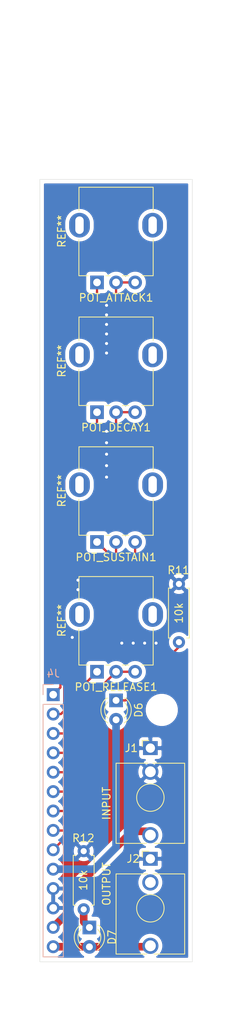
<source format=kicad_pcb>
(kicad_pcb (version 20171130) (host pcbnew 5.1.9+dfsg1-1~bpo10+1)

  (general
    (thickness 1.6)
    (drawings 9)
    (tracks 86)
    (zones 0)
    (modules 12)
    (nets 16)
  )

  (page A4)
  (layers
    (0 F.Cu signal)
    (31 B.Cu signal)
    (32 B.Adhes user)
    (33 F.Adhes user)
    (34 B.Paste user)
    (35 F.Paste user)
    (36 B.SilkS user)
    (37 F.SilkS user)
    (38 B.Mask user)
    (39 F.Mask user)
    (40 Dwgs.User user)
    (41 Cmts.User user)
    (42 Eco1.User user)
    (43 Eco2.User user)
    (44 Edge.Cuts user)
    (45 Margin user)
    (46 B.CrtYd user)
    (47 F.CrtYd user)
    (48 B.Fab user)
    (49 F.Fab user)
  )

  (setup
    (last_trace_width 0.3)
    (user_trace_width 0.45)
    (user_trace_width 0.75)
    (user_trace_width 1)
    (trace_clearance 0.2)
    (zone_clearance 0.508)
    (zone_45_only no)
    (trace_min 0.2)
    (via_size 0.8)
    (via_drill 0.4)
    (via_min_size 0.4)
    (via_min_drill 0.3)
    (uvia_size 0.3)
    (uvia_drill 0.1)
    (uvias_allowed no)
    (uvia_min_size 0.2)
    (uvia_min_drill 0.1)
    (edge_width 0.05)
    (segment_width 0.2)
    (pcb_text_width 0.3)
    (pcb_text_size 1.5 1.5)
    (mod_edge_width 0.12)
    (mod_text_size 1 1)
    (mod_text_width 0.15)
    (pad_size 1.524 1.524)
    (pad_drill 0.762)
    (pad_to_mask_clearance 0)
    (aux_axis_origin 0 0)
    (visible_elements FFFFFF7F)
    (pcbplotparams
      (layerselection 0x010fc_ffffffff)
      (usegerberextensions false)
      (usegerberattributes true)
      (usegerberadvancedattributes true)
      (creategerberjobfile true)
      (excludeedgelayer true)
      (linewidth 0.100000)
      (plotframeref false)
      (viasonmask false)
      (mode 1)
      (useauxorigin false)
      (hpglpennumber 1)
      (hpglpenspeed 20)
      (hpglpendiameter 15.000000)
      (psnegative false)
      (psa4output false)
      (plotreference true)
      (plotvalue true)
      (plotinvisibletext false)
      (padsonsilk false)
      (subtractmaskfromsilk false)
      (outputformat 1)
      (mirror false)
      (drillshape 0)
      (scaleselection 1)
      (outputdirectory "MiniADSR v1.0 - Control Panel/"))
  )

  (net 0 "")
  (net 1 "Net-(D6-Pad1)")
  (net 2 "Net-(D7-Pad1)")
  (net 3 A_VCC)
  (net 4 A2)
  (net 5 GND1)
  (net 6 A1)
  (net 7 A3)
  (net 8 A4)
  (net 9 A5)
  (net 10 A6)
  (net 11 A7)
  (net 12 A8)
  (net 13 A9)
  (net 14 A10)
  (net 15 A11)

  (net_class Default "This is the default net class."
    (clearance 0.2)
    (trace_width 0.3)
    (via_dia 0.8)
    (via_drill 0.4)
    (uvia_dia 0.3)
    (uvia_drill 0.1)
    (add_net A1)
    (add_net A10)
    (add_net A11)
    (add_net A2)
    (add_net A3)
    (add_net A4)
    (add_net A5)
    (add_net A6)
    (add_net A7)
    (add_net A8)
    (add_net A9)
    (add_net A_VCC)
    (add_net GND1)
    (add_net "Net-(D6-Pad1)")
    (add_net "Net-(D7-Pad1)")
  )

  (module benjiaomodular:Potentiometer_RV09 (layer F.Cu) (tedit 61B03861) (tstamp 61D8E22A)
    (at 99 117.5 90)
    (path /61BFC42F)
    (fp_text reference POT_RELEASE1 (at -2 2.5 180) (layer F.SilkS)
      (effects (font (size 1 1) (thickness 0.15)))
    )
    (fp_text value 1M (at 0 -0.5 90) (layer F.Fab)
      (effects (font (size 1 1) (thickness 0.15)))
    )
    (fp_circle (center 7.5 2.5) (end 7.5 -1) (layer F.Fab) (width 0.1))
    (fp_line (start 1 -2.25) (end 12.35 -2.25) (layer F.Fab) (width 0.1))
    (fp_line (start 1 7.25) (end 1 -2.25) (layer F.Fab) (width 0.1))
    (fp_line (start 0.88 7.37) (end 5.6 7.37) (layer F.SilkS) (width 0.12))
    (fp_line (start 0.88 7.37) (end 0.88 5.88) (layer F.SilkS) (width 0.12))
    (fp_line (start 12.6 -3.91) (end -1.15 -3.91) (layer F.CrtYd) (width 0.05))
    (fp_line (start 0.88 4.16) (end 0.88 3.33) (layer F.SilkS) (width 0.12))
    (fp_line (start -1.15 8.91) (end 12.6 8.91) (layer F.CrtYd) (width 0.05))
    (fp_line (start 0.88 -1.19) (end 0.88 -2.37) (layer F.SilkS) (width 0.12))
    (fp_line (start 12.47 7.37) (end 12.47 -2.37) (layer F.SilkS) (width 0.12))
    (fp_line (start 9.41 7.37) (end 12.47 7.37) (layer F.SilkS) (width 0.12))
    (fp_line (start 0.88 -2.38) (end 5.6 -2.38) (layer F.SilkS) (width 0.12))
    (fp_line (start 9.41 -2.37) (end 12.47 -2.37) (layer F.SilkS) (width 0.12))
    (fp_line (start -1.15 -3.91) (end -1.15 8.91) (layer F.CrtYd) (width 0.05))
    (fp_line (start 12.35 7.25) (end 12.35 -2.25) (layer F.Fab) (width 0.1))
    (fp_line (start 12.6 8.91) (end 12.6 -3.91) (layer F.CrtYd) (width 0.05))
    (fp_line (start 1 7.25) (end 12.35 7.25) (layer F.Fab) (width 0.1))
    (fp_line (start 0.88 1.71) (end 0.88 1.18) (layer F.SilkS) (width 0.12))
    (fp_text user %R (at 2.25 3 180) (layer F.Fab)
      (effects (font (size 1 1) (thickness 0.15)))
    )
    (fp_text user REF** (at 6.71 -4.64 270) (layer F.SilkS)
      (effects (font (size 1 1) (thickness 0.15)))
    )
    (pad 1 thru_hole rect (at 0 0 180) (size 1.8 1.8) (drill 1) (layers *.Cu *.Mask)
      (net 14 A10))
    (pad 3 thru_hole circle (at 0 5 180) (size 1.8 1.8) (drill 1) (layers *.Cu *.Mask)
      (net 15 A11))
    (pad 2 thru_hole circle (at 0 2.5 180) (size 1.8 1.8) (drill 1) (layers *.Cu *.Mask)
      (net 15 A11))
    (pad "" thru_hole oval (at 7.5 7.3 180) (size 2.72 3.24) (drill oval 1.1 2.3) (layers *.Cu *.Mask))
    (pad "" thru_hole oval (at 7.5 -2.3 180) (size 2.72 3.24) (drill oval 1.1 2.3) (layers *.Cu *.Mask))
  )

  (module MountingHole:MountingHole_3.2mm_M3 (layer F.Cu) (tedit 56D1B4CB) (tstamp 61D95958)
    (at 107.5 122.5)
    (descr "Mounting Hole 3.2mm, no annular, M3")
    (tags "mounting hole 3.2mm no annular m3")
    (attr virtual)
    (fp_text reference REF** (at 1.5 -3.9 180) (layer F.SilkS) hide
      (effects (font (size 1 1) (thickness 0.15)))
    )
    (fp_text value MountingHole_3.2mm_M3 (at 0 4.2) (layer F.Fab)
      (effects (font (size 1 1) (thickness 0.15)))
    )
    (fp_circle (center 0 0) (end 3.2 0) (layer Cmts.User) (width 0.15))
    (fp_circle (center 0 0) (end 3.45 0) (layer F.CrtYd) (width 0.05))
    (fp_text user %R (at 0.3 0) (layer F.Fab) hide
      (effects (font (size 1 1) (thickness 0.15)))
    )
    (pad 1 np_thru_hole circle (at 0 0) (size 3.2 3.2) (drill 3.2) (layers *.Cu *.Mask))
  )

  (module benjiaomodular:AudioJack_3.5mm (layer F.Cu) (tedit 61D86605) (tstamp 61D8E301)
    (at 106 127.5)
    (path /61DE2DCA)
    (fp_text reference J1 (at -2.5 0) (layer F.SilkS)
      (effects (font (size 1 1) (thickness 0.15)))
    )
    (fp_text value INPUT (at -5.75 7.25 90) (layer F.SilkS)
      (effects (font (size 1 1) (thickness 0.15)))
    )
    (fp_line (start -1.06 -1) (end -1.06 -0.2) (layer F.SilkS) (width 0.12))
    (fp_circle (center 0 6.48) (end 1.5 6.48) (layer Dwgs.User) (width 0.12))
    (fp_line (start -1.42 6.875) (end 0.4 5.06) (layer Dwgs.User) (width 0.12))
    (fp_line (start 4.5 1.98) (end 4.5 12.48) (layer F.SilkS) (width 0.12))
    (fp_line (start -4.5 12.48) (end -4.5 2.08) (layer F.Fab) (width 0.1))
    (fp_line (start -0.58 7.83) (end 1.36 5.89) (layer Dwgs.User) (width 0.12))
    (fp_line (start 4.5 1.98) (end 0.35 1.98) (layer F.SilkS) (width 0.12))
    (fp_line (start 0.09 7.96) (end 1.48 6.57) (layer Dwgs.User) (width 0.12))
    (fp_line (start -0.35 1.98) (end -4.5 1.98) (layer F.SilkS) (width 0.12))
    (fp_line (start 5 12.98) (end 5 -1.42) (layer F.CrtYd) (width 0.05))
    (fp_circle (center 0 6.48) (end 1.8 6.48) (layer F.SilkS) (width 0.12))
    (fp_line (start -4.5 1.98) (end -4.5 12.48) (layer F.SilkS) (width 0.12))
    (fp_line (start 4.5 12.48) (end 0.5 12.48) (layer F.SilkS) (width 0.12))
    (fp_line (start -1.41 6.02) (end -0.46 5.07) (layer Dwgs.User) (width 0.12))
    (fp_line (start -0.5 12.48) (end -4.5 12.48) (layer F.SilkS) (width 0.12))
    (fp_line (start -1.06 -1) (end -0.2 -1) (layer F.SilkS) (width 0.12))
    (fp_line (start -1.07 7.49) (end 1.01 5.41) (layer Dwgs.User) (width 0.12))
    (fp_line (start -5 12.98) (end -5 -1.42) (layer F.CrtYd) (width 0.05))
    (fp_line (start 4.5 12.48) (end 4.5 2.08) (layer F.Fab) (width 0.1))
    (fp_line (start 4.5 12.48) (end -4.5 12.48) (layer F.Fab) (width 0.1))
    (fp_line (start 4.5 2.03) (end -4.5 2.03) (layer F.Fab) (width 0.1))
    (fp_circle (center 0 6.48) (end 1.8 6.48) (layer F.Fab) (width 0.1))
    (fp_line (start 0 0) (end 0 2.03) (layer F.Fab) (width 0.1))
    (fp_line (start 5 12.98) (end -5 12.98) (layer F.CrtYd) (width 0.05))
    (fp_line (start 5 -1.42) (end -5 -1.42) (layer F.CrtYd) (width 0.05))
    (fp_text user KEEPOUT (at 0 6.48) (layer Cmts.User)
      (effects (font (size 0.4 0.4) (thickness 0.051)))
    )
    (fp_text user %R (at 0 8 180) (layer F.Fab)
      (effects (font (size 1 1) (thickness 0.15)))
    )
    (pad S thru_hole rect (at 0 0 180) (size 1.93 1.83) (drill 1.22) (layers *.Cu *.Mask)
      (net 5 GND1))
    (pad TN thru_hole circle (at 0 3.1 180) (size 2.13 2.13) (drill 1.42) (layers *.Cu *.Mask)
      (net 5 GND1))
    (pad T thru_hole circle (at 0 11.4 180) (size 2.13 2.13) (drill 1.43) (layers *.Cu *.Mask)
      (net 6 A1))
  )

  (module Resistor_THT:R_Axial_DIN0207_L6.3mm_D2.5mm_P7.62mm_Horizontal (layer F.Cu) (tedit 5AE5139B) (tstamp 61D8D29E)
    (at 97.25 141 270)
    (descr "Resistor, Axial_DIN0207 series, Axial, Horizontal, pin pitch=7.62mm, 0.25W = 1/4W, length*diameter=6.3*2.5mm^2, http://cdn-reichelt.de/documents/datenblatt/B400/1_4W%23YAG.pdf")
    (tags "Resistor Axial_DIN0207 series Axial Horizontal pin pitch 7.62mm 0.25W = 1/4W length 6.3mm diameter 2.5mm")
    (path /61DA0801)
    (fp_text reference R12 (at -1.7 0.05 180) (layer F.SilkS)
      (effects (font (size 1 1) (thickness 0.15)))
    )
    (fp_text value 10k (at 3.8 0.05 90) (layer F.SilkS)
      (effects (font (size 1 1) (thickness 0.15)))
    )
    (fp_line (start 8.67 -1.5) (end -1.05 -1.5) (layer F.CrtYd) (width 0.05))
    (fp_line (start 8.67 1.5) (end 8.67 -1.5) (layer F.CrtYd) (width 0.05))
    (fp_line (start -1.05 1.5) (end 8.67 1.5) (layer F.CrtYd) (width 0.05))
    (fp_line (start -1.05 -1.5) (end -1.05 1.5) (layer F.CrtYd) (width 0.05))
    (fp_line (start 7.08 1.37) (end 7.08 1.04) (layer F.SilkS) (width 0.12))
    (fp_line (start 0.54 1.37) (end 7.08 1.37) (layer F.SilkS) (width 0.12))
    (fp_line (start 0.54 1.04) (end 0.54 1.37) (layer F.SilkS) (width 0.12))
    (fp_line (start 7.08 -1.37) (end 7.08 -1.04) (layer F.SilkS) (width 0.12))
    (fp_line (start 0.54 -1.37) (end 7.08 -1.37) (layer F.SilkS) (width 0.12))
    (fp_line (start 0.54 -1.04) (end 0.54 -1.37) (layer F.SilkS) (width 0.12))
    (fp_line (start 7.62 0) (end 6.96 0) (layer F.Fab) (width 0.1))
    (fp_line (start 0 0) (end 0.66 0) (layer F.Fab) (width 0.1))
    (fp_line (start 6.96 -1.25) (end 0.66 -1.25) (layer F.Fab) (width 0.1))
    (fp_line (start 6.96 1.25) (end 6.96 -1.25) (layer F.Fab) (width 0.1))
    (fp_line (start 0.66 1.25) (end 6.96 1.25) (layer F.Fab) (width 0.1))
    (fp_line (start 0.66 -1.25) (end 0.66 1.25) (layer F.Fab) (width 0.1))
    (fp_text user %R (at -1.7 0.05 180) (layer F.Fab)
      (effects (font (size 1 1) (thickness 0.15)))
    )
    (pad 1 thru_hole circle (at 0 0 270) (size 1.6 1.6) (drill 0.8) (layers *.Cu *.Mask)
      (net 5 GND1))
    (pad 2 thru_hole oval (at 7.62 0 270) (size 1.6 1.6) (drill 0.8) (layers *.Cu *.Mask)
      (net 2 "Net-(D7-Pad1)"))
    (model ${KISYS3DMOD}/Resistor_THT.3dshapes/R_Axial_DIN0207_L6.3mm_D2.5mm_P7.62mm_Horizontal.wrl
      (at (xyz 0 0 0))
      (scale (xyz 1 1 1))
      (rotate (xyz 0 0 0))
    )
  )

  (module Resistor_THT:R_Axial_DIN0207_L6.3mm_D2.5mm_P7.62mm_Horizontal (layer F.Cu) (tedit 5AE5139B) (tstamp 61D8D287)
    (at 109.75 106 270)
    (descr "Resistor, Axial_DIN0207 series, Axial, Horizontal, pin pitch=7.62mm, 0.25W = 1/4W, length*diameter=6.3*2.5mm^2, http://cdn-reichelt.de/documents/datenblatt/B400/1_4W%23YAG.pdf")
    (tags "Resistor Axial_DIN0207 series Axial Horizontal pin pitch 7.62mm 0.25W = 1/4W length 6.3mm diameter 2.5mm")
    (path /61DAA324)
    (fp_text reference R11 (at -1.8 0.05 180) (layer F.SilkS)
      (effects (font (size 1 1) (thickness 0.15)))
    )
    (fp_text value 10k (at 3.81 0 90) (layer F.SilkS)
      (effects (font (size 1 1) (thickness 0.15)))
    )
    (fp_line (start 0.66 -1.25) (end 0.66 1.25) (layer F.Fab) (width 0.1))
    (fp_line (start 0.66 1.25) (end 6.96 1.25) (layer F.Fab) (width 0.1))
    (fp_line (start 6.96 1.25) (end 6.96 -1.25) (layer F.Fab) (width 0.1))
    (fp_line (start 6.96 -1.25) (end 0.66 -1.25) (layer F.Fab) (width 0.1))
    (fp_line (start 0 0) (end 0.66 0) (layer F.Fab) (width 0.1))
    (fp_line (start 7.62 0) (end 6.96 0) (layer F.Fab) (width 0.1))
    (fp_line (start 0.54 -1.04) (end 0.54 -1.37) (layer F.SilkS) (width 0.12))
    (fp_line (start 0.54 -1.37) (end 7.08 -1.37) (layer F.SilkS) (width 0.12))
    (fp_line (start 7.08 -1.37) (end 7.08 -1.04) (layer F.SilkS) (width 0.12))
    (fp_line (start 0.54 1.04) (end 0.54 1.37) (layer F.SilkS) (width 0.12))
    (fp_line (start 0.54 1.37) (end 7.08 1.37) (layer F.SilkS) (width 0.12))
    (fp_line (start 7.08 1.37) (end 7.08 1.04) (layer F.SilkS) (width 0.12))
    (fp_line (start -1.05 -1.5) (end -1.05 1.5) (layer F.CrtYd) (width 0.05))
    (fp_line (start -1.05 1.5) (end 8.67 1.5) (layer F.CrtYd) (width 0.05))
    (fp_line (start 8.67 1.5) (end 8.67 -1.5) (layer F.CrtYd) (width 0.05))
    (fp_line (start 8.67 -1.5) (end -1.05 -1.5) (layer F.CrtYd) (width 0.05))
    (fp_text user %R (at -1.8 0.05 180) (layer F.Fab)
      (effects (font (size 1 1) (thickness 0.15)))
    )
    (pad 2 thru_hole oval (at 7.62 0 270) (size 1.6 1.6) (drill 0.8) (layers *.Cu *.Mask)
      (net 1 "Net-(D6-Pad1)"))
    (pad 1 thru_hole circle (at 0 0 270) (size 1.6 1.6) (drill 0.8) (layers *.Cu *.Mask)
      (net 5 GND1))
    (model ${KISYS3DMOD}/Resistor_THT.3dshapes/R_Axial_DIN0207_L6.3mm_D2.5mm_P7.62mm_Horizontal.wrl
      (at (xyz 0 0 0))
      (scale (xyz 1 1 1))
      (rotate (xyz 0 0 0))
    )
  )

  (module benjiaomodular:Potentiometer_RV09 (layer F.Cu) (tedit 61B03861) (tstamp 61D919F6)
    (at 99 66.5 90)
    (path /61BFD401)
    (fp_text reference POT_ATTACK1 (at -2 2.5 180) (layer F.SilkS)
      (effects (font (size 1 1) (thickness 0.15)))
    )
    (fp_text value 1M (at 0 -0.5 90) (layer F.Fab)
      (effects (font (size 1 1) (thickness 0.15)))
    )
    (fp_line (start 0.88 1.71) (end 0.88 1.18) (layer F.SilkS) (width 0.12))
    (fp_line (start 1 7.25) (end 12.35 7.25) (layer F.Fab) (width 0.1))
    (fp_line (start 12.6 8.91) (end 12.6 -3.91) (layer F.CrtYd) (width 0.05))
    (fp_line (start 12.35 7.25) (end 12.35 -2.25) (layer F.Fab) (width 0.1))
    (fp_line (start -1.15 -3.91) (end -1.15 8.91) (layer F.CrtYd) (width 0.05))
    (fp_line (start 9.41 -2.37) (end 12.47 -2.37) (layer F.SilkS) (width 0.12))
    (fp_line (start 0.88 -2.38) (end 5.6 -2.38) (layer F.SilkS) (width 0.12))
    (fp_line (start 9.41 7.37) (end 12.47 7.37) (layer F.SilkS) (width 0.12))
    (fp_line (start 12.47 7.37) (end 12.47 -2.37) (layer F.SilkS) (width 0.12))
    (fp_line (start 0.88 -1.19) (end 0.88 -2.37) (layer F.SilkS) (width 0.12))
    (fp_line (start -1.15 8.91) (end 12.6 8.91) (layer F.CrtYd) (width 0.05))
    (fp_line (start 0.88 4.16) (end 0.88 3.33) (layer F.SilkS) (width 0.12))
    (fp_line (start 12.6 -3.91) (end -1.15 -3.91) (layer F.CrtYd) (width 0.05))
    (fp_line (start 0.88 7.37) (end 0.88 5.88) (layer F.SilkS) (width 0.12))
    (fp_line (start 0.88 7.37) (end 5.6 7.37) (layer F.SilkS) (width 0.12))
    (fp_line (start 1 7.25) (end 1 -2.25) (layer F.Fab) (width 0.1))
    (fp_line (start 1 -2.25) (end 12.35 -2.25) (layer F.Fab) (width 0.1))
    (fp_circle (center 7.5 2.5) (end 7.5 -1) (layer F.Fab) (width 0.1))
    (fp_text user REF** (at 6.71 -4.64 270) (layer F.SilkS)
      (effects (font (size 1 1) (thickness 0.15)))
    )
    (fp_text user %R (at 7.62 2.54 90) (layer F.Fab)
      (effects (font (size 1 1) (thickness 0.15)))
    )
    (pad "" thru_hole oval (at 7.5 -2.3 180) (size 2.72 3.24) (drill oval 1.1 2.3) (layers *.Cu *.Mask))
    (pad "" thru_hole oval (at 7.5 7.3 180) (size 2.72 3.24) (drill oval 1.1 2.3) (layers *.Cu *.Mask))
    (pad 2 thru_hole circle (at 0 2.5 180) (size 1.8 1.8) (drill 1) (layers *.Cu *.Mask)
      (net 8 A4))
    (pad 3 thru_hole circle (at 0 5 180) (size 1.8 1.8) (drill 1) (layers *.Cu *.Mask)
      (net 8 A4))
    (pad 1 thru_hole rect (at 0 0 180) (size 1.8 1.8) (drill 1) (layers *.Cu *.Mask)
      (net 7 A3))
  )

  (module benjiaomodular:Potentiometer_RV09 (layer F.Cu) (tedit 61B03861) (tstamp 61D91A13)
    (at 99 83.5 90)
    (path /61CD07DC)
    (fp_text reference POT_DECAY1 (at -2 2.5 180) (layer F.SilkS)
      (effects (font (size 1 1) (thickness 0.15)))
    )
    (fp_text value 1M (at 0 -0.5 90) (layer F.Fab)
      (effects (font (size 1 1) (thickness 0.15)))
    )
    (fp_line (start 0.88 1.71) (end 0.88 1.18) (layer F.SilkS) (width 0.12))
    (fp_line (start 1 7.25) (end 12.35 7.25) (layer F.Fab) (width 0.1))
    (fp_line (start 12.6 8.91) (end 12.6 -3.91) (layer F.CrtYd) (width 0.05))
    (fp_line (start 12.35 7.25) (end 12.35 -2.25) (layer F.Fab) (width 0.1))
    (fp_line (start -1.15 -3.91) (end -1.15 8.91) (layer F.CrtYd) (width 0.05))
    (fp_line (start 9.41 -2.37) (end 12.47 -2.37) (layer F.SilkS) (width 0.12))
    (fp_line (start 0.88 -2.38) (end 5.6 -2.38) (layer F.SilkS) (width 0.12))
    (fp_line (start 9.41 7.37) (end 12.47 7.37) (layer F.SilkS) (width 0.12))
    (fp_line (start 12.47 7.37) (end 12.47 -2.37) (layer F.SilkS) (width 0.12))
    (fp_line (start 0.88 -1.19) (end 0.88 -2.37) (layer F.SilkS) (width 0.12))
    (fp_line (start -1.15 8.91) (end 12.6 8.91) (layer F.CrtYd) (width 0.05))
    (fp_line (start 0.88 4.16) (end 0.88 3.33) (layer F.SilkS) (width 0.12))
    (fp_line (start 12.6 -3.91) (end -1.15 -3.91) (layer F.CrtYd) (width 0.05))
    (fp_line (start 0.88 7.37) (end 0.88 5.88) (layer F.SilkS) (width 0.12))
    (fp_line (start 0.88 7.37) (end 5.6 7.37) (layer F.SilkS) (width 0.12))
    (fp_line (start 1 7.25) (end 1 -2.25) (layer F.Fab) (width 0.1))
    (fp_line (start 1 -2.25) (end 12.35 -2.25) (layer F.Fab) (width 0.1))
    (fp_circle (center 7.5 2.5) (end 7.5 -1) (layer F.Fab) (width 0.1))
    (fp_text user REF** (at 6.71 -4.64 270) (layer F.SilkS)
      (effects (font (size 1 1) (thickness 0.15)))
    )
    (fp_text user %R (at 7.62 2.54 90) (layer F.Fab)
      (effects (font (size 1 1) (thickness 0.15)))
    )
    (pad "" thru_hole oval (at 7.5 -2.3 180) (size 2.72 3.24) (drill oval 1.1 2.3) (layers *.Cu *.Mask))
    (pad "" thru_hole oval (at 7.5 7.3 180) (size 2.72 3.24) (drill oval 1.1 2.3) (layers *.Cu *.Mask))
    (pad 2 thru_hole circle (at 0 2.5 180) (size 1.8 1.8) (drill 1) (layers *.Cu *.Mask)
      (net 10 A6))
    (pad 3 thru_hole circle (at 0 5 180) (size 1.8 1.8) (drill 1) (layers *.Cu *.Mask)
      (net 10 A6))
    (pad 1 thru_hole rect (at 0 0 180) (size 1.8 1.8) (drill 1) (layers *.Cu *.Mask)
      (net 9 A5))
  )

  (module benjiaomodular:Potentiometer_RV09 (layer F.Cu) (tedit 61B03861) (tstamp 61D91A4D)
    (at 99 100.5 90)
    (path /61C7CF01)
    (fp_text reference POT_SUSTAIN1 (at -2 2.5 180) (layer F.SilkS)
      (effects (font (size 1 1) (thickness 0.15)))
    )
    (fp_text value 1M (at 0 -0.5 90) (layer F.Fab)
      (effects (font (size 1 1) (thickness 0.15)))
    )
    (fp_circle (center 7.5 2.5) (end 7.5 -1) (layer F.Fab) (width 0.1))
    (fp_line (start 1 -2.25) (end 12.35 -2.25) (layer F.Fab) (width 0.1))
    (fp_line (start 1 7.25) (end 1 -2.25) (layer F.Fab) (width 0.1))
    (fp_line (start 0.88 7.37) (end 5.6 7.37) (layer F.SilkS) (width 0.12))
    (fp_line (start 0.88 7.37) (end 0.88 5.88) (layer F.SilkS) (width 0.12))
    (fp_line (start 12.6 -3.91) (end -1.15 -3.91) (layer F.CrtYd) (width 0.05))
    (fp_line (start 0.88 4.16) (end 0.88 3.33) (layer F.SilkS) (width 0.12))
    (fp_line (start -1.15 8.91) (end 12.6 8.91) (layer F.CrtYd) (width 0.05))
    (fp_line (start 0.88 -1.19) (end 0.88 -2.37) (layer F.SilkS) (width 0.12))
    (fp_line (start 12.47 7.37) (end 12.47 -2.37) (layer F.SilkS) (width 0.12))
    (fp_line (start 9.41 7.37) (end 12.47 7.37) (layer F.SilkS) (width 0.12))
    (fp_line (start 0.88 -2.38) (end 5.6 -2.38) (layer F.SilkS) (width 0.12))
    (fp_line (start 9.41 -2.37) (end 12.47 -2.37) (layer F.SilkS) (width 0.12))
    (fp_line (start -1.15 -3.91) (end -1.15 8.91) (layer F.CrtYd) (width 0.05))
    (fp_line (start 12.35 7.25) (end 12.35 -2.25) (layer F.Fab) (width 0.1))
    (fp_line (start 12.6 8.91) (end 12.6 -3.91) (layer F.CrtYd) (width 0.05))
    (fp_line (start 1 7.25) (end 12.35 7.25) (layer F.Fab) (width 0.1))
    (fp_line (start 0.88 1.71) (end 0.88 1.18) (layer F.SilkS) (width 0.12))
    (fp_text user %R (at 7.62 2.54 90) (layer F.Fab)
      (effects (font (size 1 1) (thickness 0.15)))
    )
    (fp_text user REF** (at 6.71 -4.64 270) (layer F.SilkS)
      (effects (font (size 1 1) (thickness 0.15)))
    )
    (pad 1 thru_hole rect (at 0 0 180) (size 1.8 1.8) (drill 1) (layers *.Cu *.Mask)
      (net 11 A7))
    (pad 3 thru_hole circle (at 0 5 180) (size 1.8 1.8) (drill 1) (layers *.Cu *.Mask)
      (net 13 A9))
    (pad 2 thru_hole circle (at 0 2.5 180) (size 1.8 1.8) (drill 1) (layers *.Cu *.Mask)
      (net 12 A8))
    (pad "" thru_hole oval (at 7.5 7.3 180) (size 2.72 3.24) (drill oval 1.1 2.3) (layers *.Cu *.Mask))
    (pad "" thru_hole oval (at 7.5 -2.3 180) (size 2.72 3.24) (drill oval 1.1 2.3) (layers *.Cu *.Mask))
  )

  (module LED_THT:LED_D3.0mm (layer F.Cu) (tedit 587A3A7B) (tstamp 61D8D25D)
    (at 101.5 121.25 270)
    (descr "LED, diameter 3.0mm, 2 pins")
    (tags "LED diameter 3.0mm 2 pins")
    (path /61DAAC25)
    (fp_text reference D6 (at 1.27 -2.96 90) (layer F.SilkS)
      (effects (font (size 1 1) (thickness 0.15)))
    )
    (fp_text value PWR_LED (at -2 0 180) (layer F.Fab)
      (effects (font (size 1 1) (thickness 0.15)))
    )
    (fp_circle (center 1.27 0) (end 2.77 0) (layer F.Fab) (width 0.1))
    (fp_line (start -0.23 -1.16619) (end -0.23 1.16619) (layer F.Fab) (width 0.1))
    (fp_line (start -0.29 -1.236) (end -0.29 -1.08) (layer F.SilkS) (width 0.12))
    (fp_line (start -0.29 1.08) (end -0.29 1.236) (layer F.SilkS) (width 0.12))
    (fp_line (start -1.15 -2.25) (end -1.15 2.25) (layer F.CrtYd) (width 0.05))
    (fp_line (start -1.15 2.25) (end 3.7 2.25) (layer F.CrtYd) (width 0.05))
    (fp_line (start 3.7 2.25) (end 3.7 -2.25) (layer F.CrtYd) (width 0.05))
    (fp_line (start 3.7 -2.25) (end -1.15 -2.25) (layer F.CrtYd) (width 0.05))
    (fp_arc (start 1.27 0) (end 0.229039 1.08) (angle -87.9) (layer F.SilkS) (width 0.12))
    (fp_arc (start 1.27 0) (end 0.229039 -1.08) (angle 87.9) (layer F.SilkS) (width 0.12))
    (fp_arc (start 1.27 0) (end -0.29 1.235516) (angle -108.8) (layer F.SilkS) (width 0.12))
    (fp_arc (start 1.27 0) (end -0.29 -1.235516) (angle 108.8) (layer F.SilkS) (width 0.12))
    (fp_arc (start 1.27 0) (end -0.23 -1.16619) (angle 284.3) (layer F.Fab) (width 0.1))
    (pad 2 thru_hole circle (at 2.54 0 270) (size 1.8 1.8) (drill 0.9) (layers *.Cu *.Mask)
      (net 3 A_VCC))
    (pad 1 thru_hole rect (at 0 0 270) (size 1.8 1.8) (drill 0.9) (layers *.Cu *.Mask)
      (net 1 "Net-(D6-Pad1)"))
    (model ${KISYS3DMOD}/LED_THT.3dshapes/LED_D3.0mm.wrl
      (at (xyz 0 0 0))
      (scale (xyz 1 1 1))
      (rotate (xyz 0 0 0))
    )
  )

  (module LED_THT:LED_D3.0mm (layer F.Cu) (tedit 587A3A7B) (tstamp 61D94327)
    (at 98 151 270)
    (descr "LED, diameter 3.0mm, 2 pins")
    (tags "LED diameter 3.0mm 2 pins")
    (path /61D9041E)
    (fp_text reference D7 (at 1.27 -2.96 90) (layer F.SilkS)
      (effects (font (size 1 1) (thickness 0.15)))
    )
    (fp_text value OUTPUT_LED (at 4.5 0 180) (layer F.Fab)
      (effects (font (size 1 1) (thickness 0.15)))
    )
    (fp_line (start 3.7 -2.25) (end -1.15 -2.25) (layer F.CrtYd) (width 0.05))
    (fp_line (start 3.7 2.25) (end 3.7 -2.25) (layer F.CrtYd) (width 0.05))
    (fp_line (start -1.15 2.25) (end 3.7 2.25) (layer F.CrtYd) (width 0.05))
    (fp_line (start -1.15 -2.25) (end -1.15 2.25) (layer F.CrtYd) (width 0.05))
    (fp_line (start -0.29 1.08) (end -0.29 1.236) (layer F.SilkS) (width 0.12))
    (fp_line (start -0.29 -1.236) (end -0.29 -1.08) (layer F.SilkS) (width 0.12))
    (fp_line (start -0.23 -1.16619) (end -0.23 1.16619) (layer F.Fab) (width 0.1))
    (fp_circle (center 1.27 0) (end 2.77 0) (layer F.Fab) (width 0.1))
    (fp_arc (start 1.27 0) (end -0.23 -1.16619) (angle 284.3) (layer F.Fab) (width 0.1))
    (fp_arc (start 1.27 0) (end -0.29 -1.235516) (angle 108.8) (layer F.SilkS) (width 0.12))
    (fp_arc (start 1.27 0) (end -0.29 1.235516) (angle -108.8) (layer F.SilkS) (width 0.12))
    (fp_arc (start 1.27 0) (end 0.229039 -1.08) (angle 87.9) (layer F.SilkS) (width 0.12))
    (fp_arc (start 1.27 0) (end 0.229039 1.08) (angle -87.9) (layer F.SilkS) (width 0.12))
    (pad 1 thru_hole rect (at 0 0 270) (size 1.8 1.8) (drill 0.9) (layers *.Cu *.Mask)
      (net 2 "Net-(D7-Pad1)"))
    (pad 2 thru_hole circle (at 2.54 0 270) (size 1.8 1.8) (drill 0.9) (layers *.Cu *.Mask)
      (net 4 A2))
    (model ${KISYS3DMOD}/LED_THT.3dshapes/LED_D3.0mm.wrl
      (at (xyz 0 0 0))
      (scale (xyz 1 1 1))
      (rotate (xyz 0 0 0))
    )
  )

  (module benjiaomodular:AudioJack_3.5mm (layer F.Cu) (tedit 61D86605) (tstamp 61D8D707)
    (at 106 142)
    (path /61DE60D7)
    (fp_text reference J2 (at -2.25 0) (layer F.SilkS)
      (effects (font (size 1 1) (thickness 0.15)))
    )
    (fp_text value OUTPUT (at -5.75 3.3 90) (layer F.SilkS)
      (effects (font (size 1 1) (thickness 0.15)))
    )
    (fp_line (start -1.06 -1) (end -1.06 -0.2) (layer F.SilkS) (width 0.12))
    (fp_circle (center 0 6.48) (end 1.5 6.48) (layer Dwgs.User) (width 0.12))
    (fp_line (start -1.42 6.875) (end 0.4 5.06) (layer Dwgs.User) (width 0.12))
    (fp_line (start 4.5 1.98) (end 4.5 12.48) (layer F.SilkS) (width 0.12))
    (fp_line (start -4.5 12.48) (end -4.5 2.08) (layer F.Fab) (width 0.1))
    (fp_line (start -0.58 7.83) (end 1.36 5.89) (layer Dwgs.User) (width 0.12))
    (fp_line (start 4.5 1.98) (end 0.35 1.98) (layer F.SilkS) (width 0.12))
    (fp_line (start 0.09 7.96) (end 1.48 6.57) (layer Dwgs.User) (width 0.12))
    (fp_line (start -0.35 1.98) (end -4.5 1.98) (layer F.SilkS) (width 0.12))
    (fp_line (start 5 12.98) (end 5 -1.42) (layer F.CrtYd) (width 0.05))
    (fp_circle (center 0 6.48) (end 1.8 6.48) (layer F.SilkS) (width 0.12))
    (fp_line (start -4.5 1.98) (end -4.5 12.48) (layer F.SilkS) (width 0.12))
    (fp_line (start 4.5 12.48) (end 0.5 12.48) (layer F.SilkS) (width 0.12))
    (fp_line (start -1.41 6.02) (end -0.46 5.07) (layer Dwgs.User) (width 0.12))
    (fp_line (start -0.5 12.48) (end -4.5 12.48) (layer F.SilkS) (width 0.12))
    (fp_line (start -1.06 -1) (end -0.2 -1) (layer F.SilkS) (width 0.12))
    (fp_line (start -1.07 7.49) (end 1.01 5.41) (layer Dwgs.User) (width 0.12))
    (fp_line (start -5 12.98) (end -5 -1.42) (layer F.CrtYd) (width 0.05))
    (fp_line (start 4.5 12.48) (end 4.5 2.08) (layer F.Fab) (width 0.1))
    (fp_line (start 4.5 12.48) (end -4.5 12.48) (layer F.Fab) (width 0.1))
    (fp_line (start 4.5 2.03) (end -4.5 2.03) (layer F.Fab) (width 0.1))
    (fp_circle (center 0 6.48) (end 1.8 6.48) (layer F.Fab) (width 0.1))
    (fp_line (start 0 0) (end 0 2.03) (layer F.Fab) (width 0.1))
    (fp_line (start 5 12.98) (end -5 12.98) (layer F.CrtYd) (width 0.05))
    (fp_line (start 5 -1.42) (end -5 -1.42) (layer F.CrtYd) (width 0.05))
    (fp_text user KEEPOUT (at 0 6.48) (layer Cmts.User)
      (effects (font (size 0.4 0.4) (thickness 0.051)))
    )
    (fp_text user %R (at 0 8 180) (layer F.Fab)
      (effects (font (size 1 1) (thickness 0.15)))
    )
    (pad S thru_hole rect (at 0 0 180) (size 1.93 1.83) (drill 1.22) (layers *.Cu *.Mask)
      (net 5 GND1))
    (pad TN thru_hole circle (at 0 3.1 180) (size 2.13 2.13) (drill 1.42) (layers *.Cu *.Mask))
    (pad T thru_hole circle (at 0 11.4 180) (size 2.13 2.13) (drill 1.43) (layers *.Cu *.Mask)
      (net 4 A2))
  )

  (module Connector_PinSocket_2.54mm:PinSocket_1x14_P2.54mm_Vertical (layer B.Cu) (tedit 5A19A434) (tstamp 61D929F8)
    (at 93.25 120.5 180)
    (descr "Through hole straight socket strip, 1x14, 2.54mm pitch, single row (from Kicad 4.0.7), script generated")
    (tags "Through hole socket strip THT 1x14 2.54mm single row")
    (path /620E7CE2)
    (fp_text reference J4 (at 0 2.77) (layer B.SilkS)
      (effects (font (size 1 1) (thickness 0.15)) (justify mirror))
    )
    (fp_text value ControlBoard_Pins (at 0 -35.79) (layer B.Fab)
      (effects (font (size 1 1) (thickness 0.15)) (justify mirror))
    )
    (fp_line (start -1.8 -34.8) (end -1.8 1.8) (layer B.CrtYd) (width 0.05))
    (fp_line (start 1.75 -34.8) (end -1.8 -34.8) (layer B.CrtYd) (width 0.05))
    (fp_line (start 1.75 1.8) (end 1.75 -34.8) (layer B.CrtYd) (width 0.05))
    (fp_line (start -1.8 1.8) (end 1.75 1.8) (layer B.CrtYd) (width 0.05))
    (fp_line (start 0 1.33) (end 1.33 1.33) (layer B.SilkS) (width 0.12))
    (fp_line (start 1.33 1.33) (end 1.33 0) (layer B.SilkS) (width 0.12))
    (fp_line (start 1.33 -1.27) (end 1.33 -34.35) (layer B.SilkS) (width 0.12))
    (fp_line (start -1.33 -34.35) (end 1.33 -34.35) (layer B.SilkS) (width 0.12))
    (fp_line (start -1.33 -1.27) (end -1.33 -34.35) (layer B.SilkS) (width 0.12))
    (fp_line (start -1.33 -1.27) (end 1.33 -1.27) (layer B.SilkS) (width 0.12))
    (fp_line (start -1.27 -34.29) (end -1.27 1.27) (layer B.Fab) (width 0.1))
    (fp_line (start 1.27 -34.29) (end -1.27 -34.29) (layer B.Fab) (width 0.1))
    (fp_line (start 1.27 0.635) (end 1.27 -34.29) (layer B.Fab) (width 0.1))
    (fp_line (start 0.635 1.27) (end 1.27 0.635) (layer B.Fab) (width 0.1))
    (fp_line (start -1.27 1.27) (end 0.635 1.27) (layer B.Fab) (width 0.1))
    (fp_text user %R (at 0 -16.51 270) (layer B.Fab)
      (effects (font (size 1 1) (thickness 0.15)) (justify mirror))
    )
    (pad 1 thru_hole rect (at 0 0 180) (size 1.7 1.7) (drill 1) (layers *.Cu *.Mask)
      (net 7 A3))
    (pad 2 thru_hole oval (at 0 -2.54 180) (size 1.7 1.7) (drill 1) (layers *.Cu *.Mask)
      (net 8 A4))
    (pad 3 thru_hole oval (at 0 -5.08 180) (size 1.7 1.7) (drill 1) (layers *.Cu *.Mask)
      (net 9 A5))
    (pad 4 thru_hole oval (at 0 -7.62 180) (size 1.7 1.7) (drill 1) (layers *.Cu *.Mask)
      (net 10 A6))
    (pad 5 thru_hole oval (at 0 -10.16 180) (size 1.7 1.7) (drill 1) (layers *.Cu *.Mask)
      (net 11 A7))
    (pad 6 thru_hole oval (at 0 -12.7 180) (size 1.7 1.7) (drill 1) (layers *.Cu *.Mask)
      (net 12 A8))
    (pad 7 thru_hole oval (at 0 -15.24 180) (size 1.7 1.7) (drill 1) (layers *.Cu *.Mask)
      (net 13 A9))
    (pad 8 thru_hole oval (at 0 -17.78 180) (size 1.7 1.7) (drill 1) (layers *.Cu *.Mask)
      (net 14 A10))
    (pad 9 thru_hole oval (at 0 -20.32 180) (size 1.7 1.7) (drill 1) (layers *.Cu *.Mask)
      (net 15 A11))
    (pad 10 thru_hole oval (at 0 -22.86 180) (size 1.7 1.7) (drill 1) (layers *.Cu *.Mask)
      (net 3 A_VCC))
    (pad 11 thru_hole oval (at 0 -25.4 180) (size 1.7 1.7) (drill 1) (layers *.Cu *.Mask)
      (net 5 GND1))
    (pad 12 thru_hole oval (at 0 -27.94 180) (size 1.7 1.7) (drill 1) (layers *.Cu *.Mask)
      (net 5 GND1))
    (pad 13 thru_hole oval (at 0 -30.48 180) (size 1.7 1.7) (drill 1) (layers *.Cu *.Mask)
      (net 6 A1))
    (pad 14 thru_hole oval (at 0 -33.02 180) (size 1.7 1.7) (drill 1) (layers *.Cu *.Mask)
      (net 4 A2))
    (model ${KISYS3DMOD}/Connector_PinSocket_2.54mm.3dshapes/PinSocket_1x14_P2.54mm_Vertical.wrl
      (at (xyz 0 0 0))
      (scale (xyz 1 1 1))
      (rotate (xyz 0 0 0))
    )
  )

  (dimension 10 (width 0.15) (layer Dwgs.User)
    (gr_text "10.000 mm" (at 96.5 119.4) (layer Dwgs.User)
      (effects (font (size 1 1) (thickness 0.15)))
    )
    (feature1 (pts (xy 91.5 122.5) (xy 91.5 120.113579)))
    (feature2 (pts (xy 101.5 122.5) (xy 101.5 120.113579)))
    (crossbar (pts (xy 101.5 120.7) (xy 91.5 120.7)))
    (arrow1a (pts (xy 91.5 120.7) (xy 92.626504 120.113579)))
    (arrow1b (pts (xy 91.5 120.7) (xy 92.626504 121.286421)))
    (arrow2a (pts (xy 101.5 120.7) (xy 100.373496 120.113579)))
    (arrow2b (pts (xy 101.5 120.7) (xy 100.373496 121.286421)))
  )
  (dimension 4 (width 0.15) (layer Dwgs.User)
    (gr_text "4.000 mm" (at 109.5 126.05) (layer Dwgs.User)
      (effects (font (size 1 1) (thickness 0.15)))
    )
    (feature1 (pts (xy 107.5 122.5) (xy 107.5 125.336421)))
    (feature2 (pts (xy 111.5 122.5) (xy 111.5 125.336421)))
    (crossbar (pts (xy 111.5 124.75) (xy 107.5 124.75)))
    (arrow1a (pts (xy 107.5 124.75) (xy 108.626504 124.163579)))
    (arrow1b (pts (xy 107.5 124.75) (xy 108.626504 125.336421)))
    (arrow2a (pts (xy 111.5 124.75) (xy 110.373496 124.163579)))
    (arrow2b (pts (xy 111.5 124.75) (xy 110.373496 125.336421)))
  )
  (dimension 2 (width 0.15) (layer Dwgs.User)
    (gr_text "2.000 mm" (at 92.5 164.3) (layer Dwgs.User)
      (effects (font (size 1 1) (thickness 0.15)))
    )
    (feature1 (pts (xy 91.5 153.5) (xy 91.5 163.586421)))
    (feature2 (pts (xy 93.5 153.5) (xy 93.5 163.586421)))
    (crossbar (pts (xy 93.5 163) (xy 91.5 163)))
    (arrow1a (pts (xy 91.5 163) (xy 92.626504 162.413579)))
    (arrow1b (pts (xy 91.5 163) (xy 92.626504 163.586421)))
    (arrow2a (pts (xy 93.5 163) (xy 92.373496 162.413579)))
    (arrow2b (pts (xy 93.5 163) (xy 92.373496 163.586421)))
  )
  (dimension 6.5 (width 0.15) (layer Dwgs.User)
    (gr_text "6.500 mm" (at 94.75 159.3) (layer Dwgs.User)
      (effects (font (size 1 1) (thickness 0.15)))
    )
    (feature1 (pts (xy 91.5 153.5) (xy 91.5 158.586421)))
    (feature2 (pts (xy 98 153.5) (xy 98 158.586421)))
    (crossbar (pts (xy 98 158) (xy 91.5 158)))
    (arrow1a (pts (xy 91.5 158) (xy 92.626504 157.413579)))
    (arrow1b (pts (xy 91.5 158) (xy 92.626504 158.586421)))
    (arrow2a (pts (xy 98 158) (xy 96.873496 157.413579)))
    (arrow2b (pts (xy 98 158) (xy 96.873496 158.586421)))
  )
  (gr_line (start 91.5 155.5) (end 91.5 53) (layer Edge.Cuts) (width 0.05) (tstamp 61D8E145))
  (gr_line (start 111.5 155.5) (end 91.5 155.5) (layer Edge.Cuts) (width 0.05))
  (gr_line (start 111.5 53) (end 111.5 155.5) (layer Edge.Cuts) (width 0.05))
  (gr_line (start 91.5 53) (end 111.5 53) (layer Edge.Cuts) (width 0.05))
  (dimension 7.5 (width 0.15) (layer Dwgs.User)
    (gr_text "7.500 mm" (at 95.25 30.2) (layer Dwgs.User)
      (effects (font (size 1 1) (thickness 0.15)))
    )
    (feature1 (pts (xy 91.5 66.5) (xy 91.5 30.913579)))
    (feature2 (pts (xy 99 66.5) (xy 99 30.913579)))
    (crossbar (pts (xy 99 31.5) (xy 91.5 31.5)))
    (arrow1a (pts (xy 91.5 31.5) (xy 92.626504 30.913579)))
    (arrow1b (pts (xy 91.5 31.5) (xy 92.626504 32.086421)))
    (arrow2a (pts (xy 99 31.5) (xy 97.873496 30.913579)))
    (arrow2b (pts (xy 99 31.5) (xy 97.873496 32.086421)))
  )

  (segment (start 109.75 114.25) (end 109.75 113.62) (width 0.3) (layer F.Cu) (net 1))
  (segment (start 101.5 121.25) (end 102.75 121.25) (width 0.3) (layer F.Cu) (net 1))
  (segment (start 102.75 121.25) (end 109.75 114.25) (width 0.3) (layer F.Cu) (net 1))
  (segment (start 97.25 150.25) (end 98 151) (width 1) (layer F.Cu) (net 2))
  (segment (start 97.25 148.62) (end 97.25 150.25) (width 1) (layer F.Cu) (net 2))
  (segment (start 101.5 123.79) (end 101.5 140.5) (width 1) (layer B.Cu) (net 3))
  (segment (start 98.64 143.36) (end 93.25 143.36) (width 1) (layer B.Cu) (net 3))
  (segment (start 101.5 140.5) (end 98.64 143.36) (width 1) (layer B.Cu) (net 3))
  (segment (start 105.88 153.52) (end 106 153.4) (width 1) (layer F.Cu) (net 4))
  (segment (start 93.25 153.52) (end 105.88 153.52) (width 1) (layer F.Cu) (net 4))
  (via (at 100.25 86) (size 0.8) (drill 0.4) (layers F.Cu B.Cu) (net 5))
  (via (at 100.25 87.5) (size 0.8) (drill 0.4) (layers F.Cu B.Cu) (net 5))
  (via (at 100.25 89) (size 0.8) (drill 0.4) (layers F.Cu B.Cu) (net 5))
  (via (at 100.25 90.5) (size 0.8) (drill 0.4) (layers F.Cu B.Cu) (net 5))
  (via (at 100.25 92) (size 0.8) (drill 0.4) (layers F.Cu B.Cu) (net 5))
  (via (at 100.25 69.5) (size 0.8) (drill 0.4) (layers F.Cu B.Cu) (net 5))
  (via (at 100.25 70.75) (size 0.8) (drill 0.4) (layers F.Cu B.Cu) (net 5))
  (via (at 100.25 72) (size 0.8) (drill 0.4) (layers F.Cu B.Cu) (net 5))
  (via (at 100.25 73.25) (size 0.8) (drill 0.4) (layers F.Cu B.Cu) (net 5))
  (via (at 100.25 74.5) (size 0.8) (drill 0.4) (layers F.Cu B.Cu) (net 5))
  (via (at 100.25 75.75) (size 0.8) (drill 0.4) (layers F.Cu B.Cu) (net 5))
  (via (at 96.5 106.75) (size 0.8) (drill 0.4) (layers F.Cu B.Cu) (net 5))
  (via (at 96.5 105.5) (size 0.8) (drill 0.4) (layers F.Cu B.Cu) (net 5))
  (via (at 106.75 113.75) (size 0.8) (drill 0.4) (layers F.Cu B.Cu) (net 5))
  (via (at 105.25 113.75) (size 0.8) (drill 0.4) (layers F.Cu B.Cu) (net 5))
  (via (at 103.75 113.75) (size 0.8) (drill 0.4) (layers F.Cu B.Cu) (net 5))
  (via (at 102.25 113.75) (size 0.8) (drill 0.4) (layers F.Cu B.Cu) (net 5))
  (via (at 95.75 113) (size 0.8) (drill 0.4) (layers F.Cu B.Cu) (net 5))
  (segment (start 103.6 138.4) (end 106 138.4) (width 1) (layer F.Cu) (net 6))
  (segment (start 95.25 146.75) (end 103.6 138.4) (width 1) (layer F.Cu) (net 6))
  (segment (start 93.25 150.98) (end 95.25 148.98) (width 1) (layer F.Cu) (net 6))
  (segment (start 95.25 148.98) (end 95.25 146.75) (width 1) (layer F.Cu) (net 6))
  (segment (start 94.2 119.55) (end 94.2 83.692878) (width 0.3) (layer F.Cu) (net 7))
  (segment (start 93.25 120.5) (end 94.2 119.55) (width 0.3) (layer F.Cu) (net 7))
  (segment (start 99 78.892878) (end 99 66.5) (width 0.3) (layer F.Cu) (net 7))
  (segment (start 94.2 83.692878) (end 99 78.892878) (width 0.3) (layer F.Cu) (net 7))
  (segment (start 104 66.5) (end 101.5 66.5) (width 0.3) (layer F.Cu) (net 8))
  (segment (start 101.5 77.1) (end 94.7 83.9) (width 0.3) (layer F.Cu) (net 8))
  (segment (start 94.26 123.04) (end 93.25 123.04) (width 0.3) (layer F.Cu) (net 8))
  (segment (start 101.5 66.5) (end 101.5 77.1) (width 0.3) (layer F.Cu) (net 8))
  (segment (start 94.7 122.6) (end 94.26 123.04) (width 0.3) (layer F.Cu) (net 8))
  (segment (start 94.7 83.9) (end 94.7 122.6) (width 0.3) (layer F.Cu) (net 8))
  (segment (start 99 94.7) (end 99 83.5) (width 0.3) (layer F.Cu) (net 9))
  (segment (start 95.25 98.45) (end 99 94.7) (width 0.3) (layer F.Cu) (net 9))
  (segment (start 94.72 125.58) (end 95.2 125.1) (width 0.3) (layer F.Cu) (net 9))
  (segment (start 93.25 125.58) (end 94.72 125.58) (width 0.3) (layer F.Cu) (net 9))
  (segment (start 95.25 102.75) (end 95.25 98.45) (width 0.3) (layer F.Cu) (net 9))
  (segment (start 95.2 125.1) (end 95.2 114.878632) (width 0.3) (layer F.Cu) (net 9))
  (segment (start 95.2 114.878632) (end 98.899967 111.178665) (width 0.3) (layer F.Cu) (net 9))
  (segment (start 98.899967 111.178665) (end 98.899967 106.399967) (width 0.3) (layer F.Cu) (net 9))
  (segment (start 98.899967 106.399967) (end 95.25 102.75) (width 0.3) (layer F.Cu) (net 9))
  (segment (start 104 83.5) (end 101.5 83.5) (width 0.3) (layer F.Cu) (net 10))
  (segment (start 94.98 128.12) (end 93.25 128.12) (width 0.3) (layer F.Cu) (net 10))
  (segment (start 95.700011 127.399989) (end 94.98 128.12) (width 0.3) (layer F.Cu) (net 10))
  (segment (start 95.700011 115.085743) (end 95.700011 127.399989) (width 0.3) (layer F.Cu) (net 10))
  (segment (start 101.5 92.95357) (end 95.8 98.65357) (width 0.3) (layer F.Cu) (net 10))
  (segment (start 95.8 102.55) (end 99.399978 106.149978) (width 0.3) (layer F.Cu) (net 10))
  (segment (start 101.5 83.5) (end 101.5 92.95357) (width 0.3) (layer F.Cu) (net 10))
  (segment (start 99.399978 106.149978) (end 99.399978 111.385776) (width 0.3) (layer F.Cu) (net 10))
  (segment (start 99.399978 111.385776) (end 95.700011 115.085743) (width 0.3) (layer F.Cu) (net 10))
  (segment (start 95.8 98.65357) (end 95.8 102.55) (width 0.3) (layer F.Cu) (net 10))
  (segment (start 95.04 130.66) (end 93.25 130.66) (width 0.3) (layer F.Cu) (net 11))
  (segment (start 96.200022 129.499978) (end 95.04 130.66) (width 0.3) (layer F.Cu) (net 11))
  (segment (start 96.200022 115.292854) (end 96.200022 129.499978) (width 0.3) (layer F.Cu) (net 11))
  (segment (start 101 110.492876) (end 96.200022 115.292854) (width 0.3) (layer F.Cu) (net 11))
  (segment (start 99 100.5) (end 101 102.5) (width 0.3) (layer F.Cu) (net 11))
  (segment (start 101 102.5) (end 101 110.492876) (width 0.3) (layer F.Cu) (net 11))
  (segment (start 95.025 133.2) (end 93.25 133.2) (width 0.3) (layer F.Cu) (net 12))
  (segment (start 96.700032 131.524968) (end 95.025 133.2) (width 0.3) (layer F.Cu) (net 12))
  (segment (start 96.700032 115.499966) (end 96.700032 131.524968) (width 0.3) (layer F.Cu) (net 12))
  (segment (start 101.5 100.5) (end 101.5 110.699998) (width 0.3) (layer F.Cu) (net 12))
  (segment (start 101.5 110.699998) (end 96.700032 115.499966) (width 0.3) (layer F.Cu) (net 12))
  (segment (start 97.200042 133.499958) (end 94.96 135.74) (width 0.3) (layer F.Cu) (net 13))
  (segment (start 97.200042 115.707078) (end 97.200042 133.499958) (width 0.3) (layer F.Cu) (net 13))
  (segment (start 104 100.5) (end 104 108.90712) (width 0.3) (layer F.Cu) (net 13))
  (segment (start 94.96 135.74) (end 93.25 135.74) (width 0.3) (layer F.Cu) (net 13))
  (segment (start 104 108.90712) (end 97.200042 115.707078) (width 0.3) (layer F.Cu) (net 13))
  (segment (start 93.27 138.3) (end 93.25 138.28) (width 0.3) (layer F.Cu) (net 14))
  (segment (start 97.700052 135.499948) (end 94.9 138.3) (width 0.3) (layer F.Cu) (net 14))
  (segment (start 94.9 138.3) (end 93.27 138.3) (width 0.3) (layer F.Cu) (net 14))
  (segment (start 99 117.5) (end 97.700052 118.799948) (width 0.3) (layer F.Cu) (net 14))
  (segment (start 97.700052 118.799948) (end 97.700052 135.499948) (width 0.3) (layer F.Cu) (net 14))
  (segment (start 101.5 117.5) (end 104 117.5) (width 0.3) (layer F.Cu) (net 15))
  (segment (start 98.200062 120.799938) (end 98.200062 135.869938) (width 0.3) (layer F.Cu) (net 15))
  (segment (start 98.200062 135.869938) (end 93.25 140.82) (width 0.3) (layer F.Cu) (net 15))
  (segment (start 101.5 117.5) (end 98.200062 120.799938) (width 0.3) (layer F.Cu) (net 15))

  (zone (net 5) (net_name GND1) (layer F.Cu) (tstamp 61D9AE69) (hatch edge 0.508)
    (connect_pads (clearance 0.508))
    (min_thickness 0.254)
    (fill yes (arc_segments 32) (thermal_gap 0.508) (thermal_bridge_width 0.508))
    (polygon
      (pts
        (xy 111.25 155.25) (xy 91.75 155.25) (xy 91.75 53.25) (xy 111.25 53.25)
      )
    )
    (filled_polygon
      (pts
        (xy 110.840001 154.84) (xy 106.904808 154.84) (xy 107.083687 154.720477) (xy 107.320477 154.483687) (xy 107.506521 154.205252)
        (xy 107.63467 153.895872) (xy 107.7 153.567435) (xy 107.7 153.232565) (xy 107.63467 152.904128) (xy 107.506521 152.594748)
        (xy 107.320477 152.316313) (xy 107.083687 152.079523) (xy 106.805252 151.893479) (xy 106.495872 151.76533) (xy 106.167435 151.7)
        (xy 105.832565 151.7) (xy 105.504128 151.76533) (xy 105.194748 151.893479) (xy 104.916313 152.079523) (xy 104.679523 152.316313)
        (xy 104.633628 152.385) (xy 99.309981 152.385) (xy 99.351185 152.351185) (xy 99.430537 152.254494) (xy 99.489502 152.14418)
        (xy 99.525812 152.024482) (xy 99.538072 151.9) (xy 99.538072 150.1) (xy 99.525812 149.975518) (xy 99.489502 149.85582)
        (xy 99.430537 149.745506) (xy 99.351185 149.648815) (xy 99.254494 149.569463) (xy 99.14418 149.510498) (xy 99.024482 149.474188)
        (xy 98.9 149.461928) (xy 98.413301 149.461928) (xy 98.52168 149.299727) (xy 98.629853 149.038574) (xy 98.685 148.761335)
        (xy 98.685 148.478665) (xy 98.629853 148.201426) (xy 98.52168 147.940273) (xy 98.364637 147.705241) (xy 98.164759 147.505363)
        (xy 97.929727 147.34832) (xy 97.668574 147.240147) (xy 97.391335 147.185) (xy 97.108665 147.185) (xy 96.831426 147.240147)
        (xy 96.570273 147.34832) (xy 96.385 147.472115) (xy 96.385 147.220131) (xy 98.672566 144.932565) (xy 104.3 144.932565)
        (xy 104.3 145.267435) (xy 104.36533 145.595872) (xy 104.493479 145.905252) (xy 104.679523 146.183687) (xy 104.916313 146.420477)
        (xy 105.194748 146.606521) (xy 105.504128 146.73467) (xy 105.832565 146.8) (xy 106.167435 146.8) (xy 106.495872 146.73467)
        (xy 106.805252 146.606521) (xy 107.083687 146.420477) (xy 107.320477 146.183687) (xy 107.506521 145.905252) (xy 107.63467 145.595872)
        (xy 107.7 145.267435) (xy 107.7 144.932565) (xy 107.63467 144.604128) (xy 107.506521 144.294748) (xy 107.320477 144.016313)
        (xy 107.083687 143.779523) (xy 106.805252 143.593479) (xy 106.70486 143.551895) (xy 106.965 143.553072) (xy 107.089482 143.540812)
        (xy 107.20918 143.504502) (xy 107.319494 143.445537) (xy 107.416185 143.366185) (xy 107.495537 143.269494) (xy 107.554502 143.15918)
        (xy 107.590812 143.039482) (xy 107.603072 142.915) (xy 107.6 142.28575) (xy 107.44125 142.127) (xy 106.127 142.127)
        (xy 106.127 142.147) (xy 105.873 142.147) (xy 105.873 142.127) (xy 104.55875 142.127) (xy 104.4 142.28575)
        (xy 104.396928 142.915) (xy 104.409188 143.039482) (xy 104.445498 143.15918) (xy 104.504463 143.269494) (xy 104.583815 143.366185)
        (xy 104.680506 143.445537) (xy 104.79082 143.504502) (xy 104.910518 143.540812) (xy 105.035 143.553072) (xy 105.29514 143.551895)
        (xy 105.194748 143.593479) (xy 104.916313 143.779523) (xy 104.679523 144.016313) (xy 104.493479 144.294748) (xy 104.36533 144.604128)
        (xy 104.3 144.932565) (xy 98.672566 144.932565) (xy 104.070132 139.535) (xy 104.422959 139.535) (xy 104.493479 139.705252)
        (xy 104.679523 139.983687) (xy 104.916313 140.220477) (xy 105.194748 140.406521) (xy 105.29514 140.448105) (xy 105.035 140.446928)
        (xy 104.910518 140.459188) (xy 104.79082 140.495498) (xy 104.680506 140.554463) (xy 104.583815 140.633815) (xy 104.504463 140.730506)
        (xy 104.445498 140.84082) (xy 104.409188 140.960518) (xy 104.396928 141.085) (xy 104.4 141.71425) (xy 104.55875 141.873)
        (xy 105.873 141.873) (xy 105.873 141.853) (xy 106.127 141.853) (xy 106.127 141.873) (xy 107.44125 141.873)
        (xy 107.6 141.71425) (xy 107.603072 141.085) (xy 107.590812 140.960518) (xy 107.554502 140.84082) (xy 107.495537 140.730506)
        (xy 107.416185 140.633815) (xy 107.319494 140.554463) (xy 107.20918 140.495498) (xy 107.089482 140.459188) (xy 106.965 140.446928)
        (xy 106.70486 140.448105) (xy 106.805252 140.406521) (xy 107.083687 140.220477) (xy 107.320477 139.983687) (xy 107.506521 139.705252)
        (xy 107.63467 139.395872) (xy 107.7 139.067435) (xy 107.7 138.732565) (xy 107.63467 138.404128) (xy 107.506521 138.094748)
        (xy 107.320477 137.816313) (xy 107.083687 137.579523) (xy 106.805252 137.393479) (xy 106.495872 137.26533) (xy 106.167435 137.2)
        (xy 105.832565 137.2) (xy 105.505787 137.265) (xy 103.655741 137.265) (xy 103.599999 137.25951) (xy 103.544257 137.265)
        (xy 103.544248 137.265) (xy 103.377501 137.281423) (xy 103.163553 137.346324) (xy 102.966377 137.451716) (xy 102.793551 137.593551)
        (xy 102.758009 137.636859) (xy 94.621871 145.772998) (xy 94.570156 145.772998) (xy 94.691476 145.54311) (xy 94.646825 145.395901)
        (xy 94.521641 145.13308) (xy 94.347588 144.899731) (xy 94.131355 144.704822) (xy 94.014466 144.635195) (xy 94.196632 144.513475)
        (xy 94.403475 144.306632) (xy 94.56599 144.063411) (xy 94.677932 143.793158) (xy 94.735 143.50626) (xy 94.735 143.21374)
        (xy 94.677932 142.926842) (xy 94.56599 142.656589) (xy 94.403475 142.413368) (xy 94.196632 142.206525) (xy 94.02224 142.09)
        (xy 94.167856 141.992702) (xy 96.436903 141.992702) (xy 96.508486 142.236671) (xy 96.763996 142.357571) (xy 97.038184 142.4263)
        (xy 97.320512 142.440217) (xy 97.60013 142.398787) (xy 97.866292 142.303603) (xy 97.991514 142.236671) (xy 98.063097 141.992702)
        (xy 97.25 141.179605) (xy 96.436903 141.992702) (xy 94.167856 141.992702) (xy 94.196632 141.973475) (xy 94.403475 141.766632)
        (xy 94.56599 141.523411) (xy 94.677932 141.253158) (xy 94.714262 141.070512) (xy 95.809783 141.070512) (xy 95.851213 141.35013)
        (xy 95.946397 141.616292) (xy 96.013329 141.741514) (xy 96.257298 141.813097) (xy 97.070395 141) (xy 97.429605 141)
        (xy 98.242702 141.813097) (xy 98.486671 141.741514) (xy 98.607571 141.486004) (xy 98.6763 141.211816) (xy 98.690217 140.929488)
        (xy 98.648787 140.64987) (xy 98.553603 140.383708) (xy 98.486671 140.258486) (xy 98.242702 140.186903) (xy 97.429605 141)
        (xy 97.070395 141) (xy 96.257298 140.186903) (xy 96.013329 140.258486) (xy 95.892429 140.513996) (xy 95.8237 140.788184)
        (xy 95.809783 141.070512) (xy 94.714262 141.070512) (xy 94.735 140.96626) (xy 94.735 140.67374) (xy 94.697075 140.483082)
        (xy 95.172859 140.007298) (xy 96.436903 140.007298) (xy 97.25 140.820395) (xy 98.063097 140.007298) (xy 97.991514 139.763329)
        (xy 97.736004 139.642429) (xy 97.461816 139.5737) (xy 97.179488 139.559783) (xy 96.89987 139.601213) (xy 96.633708 139.696397)
        (xy 96.508486 139.763329) (xy 96.436903 140.007298) (xy 95.172859 140.007298) (xy 98.727872 136.452285) (xy 98.757826 136.427702)
        (xy 98.855924 136.308171) (xy 98.928816 136.171798) (xy 98.963424 136.057712) (xy 98.973704 136.023825) (xy 98.982138 135.938181)
        (xy 98.985062 135.908499) (xy 98.985062 135.908494) (xy 98.988859 135.869938) (xy 98.985062 135.831382) (xy 98.985062 131.781761)
        (xy 104.997844 131.781761) (xy 105.101454 132.052807) (xy 105.402148 132.20019) (xy 105.725818 132.286078) (xy 106.060023 132.307171)
        (xy 106.391922 132.262658) (xy 106.70876 132.15425) (xy 106.898546 132.052807) (xy 107.002156 131.781761) (xy 106 130.779605)
        (xy 104.997844 131.781761) (xy 98.985062 131.781761) (xy 98.985062 130.660023) (xy 104.292829 130.660023) (xy 104.337342 130.991922)
        (xy 104.44575 131.30876) (xy 104.547193 131.498546) (xy 104.818239 131.602156) (xy 105.820395 130.6) (xy 106.179605 130.6)
        (xy 107.181761 131.602156) (xy 107.452807 131.498546) (xy 107.60019 131.197852) (xy 107.686078 130.874182) (xy 107.707171 130.539977)
        (xy 107.662658 130.208078) (xy 107.55425 129.89124) (xy 107.452807 129.701454) (xy 107.181761 129.597844) (xy 106.179605 130.6)
        (xy 105.820395 130.6) (xy 104.818239 129.597844) (xy 104.547193 129.701454) (xy 104.39981 130.002148) (xy 104.313922 130.325818)
        (xy 104.292829 130.660023) (xy 98.985062 130.660023) (xy 98.985062 128.415) (xy 104.396928 128.415) (xy 104.409188 128.539482)
        (xy 104.445498 128.65918) (xy 104.504463 128.769494) (xy 104.583815 128.866185) (xy 104.680506 128.945537) (xy 104.79082 129.004502)
        (xy 104.910518 129.040812) (xy 105.035 129.053072) (xy 105.279611 129.051966) (xy 105.101454 129.147193) (xy 104.997844 129.418239)
        (xy 106 130.420395) (xy 107.002156 129.418239) (xy 106.898546 129.147193) (xy 106.704111 129.051892) (xy 106.965 129.053072)
        (xy 107.089482 129.040812) (xy 107.20918 129.004502) (xy 107.319494 128.945537) (xy 107.416185 128.866185) (xy 107.495537 128.769494)
        (xy 107.554502 128.65918) (xy 107.590812 128.539482) (xy 107.603072 128.415) (xy 107.6 127.78575) (xy 107.44125 127.627)
        (xy 106.127 127.627) (xy 106.127 127.647) (xy 105.873 127.647) (xy 105.873 127.627) (xy 104.55875 127.627)
        (xy 104.4 127.78575) (xy 104.396928 128.415) (xy 98.985062 128.415) (xy 98.985062 126.585) (xy 104.396928 126.585)
        (xy 104.4 127.21425) (xy 104.55875 127.373) (xy 105.873 127.373) (xy 105.873 126.10875) (xy 106.127 126.10875)
        (xy 106.127 127.373) (xy 107.44125 127.373) (xy 107.6 127.21425) (xy 107.603072 126.585) (xy 107.590812 126.460518)
        (xy 107.554502 126.34082) (xy 107.495537 126.230506) (xy 107.416185 126.133815) (xy 107.319494 126.054463) (xy 107.20918 125.995498)
        (xy 107.089482 125.959188) (xy 106.965 125.946928) (xy 106.28575 125.95) (xy 106.127 126.10875) (xy 105.873 126.10875)
        (xy 105.71425 125.95) (xy 105.035 125.946928) (xy 104.910518 125.959188) (xy 104.79082 125.995498) (xy 104.680506 126.054463)
        (xy 104.583815 126.133815) (xy 104.504463 126.230506) (xy 104.445498 126.34082) (xy 104.409188 126.460518) (xy 104.396928 126.585)
        (xy 98.985062 126.585) (xy 98.985062 121.125095) (xy 100.017572 120.092585) (xy 100.010498 120.10582) (xy 99.974188 120.225518)
        (xy 99.961928 120.35) (xy 99.961928 122.15) (xy 99.974188 122.274482) (xy 100.010498 122.39418) (xy 100.069463 122.504494)
        (xy 100.148815 122.601185) (xy 100.245506 122.680537) (xy 100.35582 122.739502) (xy 100.374127 122.745056) (xy 100.307688 122.811495)
        (xy 100.139701 123.062905) (xy 100.023989 123.342257) (xy 99.965 123.638816) (xy 99.965 123.941184) (xy 100.023989 124.237743)
        (xy 100.139701 124.517095) (xy 100.307688 124.768505) (xy 100.521495 124.982312) (xy 100.772905 125.150299) (xy 101.052257 125.266011)
        (xy 101.348816 125.325) (xy 101.651184 125.325) (xy 101.947743 125.266011) (xy 102.227095 125.150299) (xy 102.478505 124.982312)
        (xy 102.692312 124.768505) (xy 102.860299 124.517095) (xy 102.976011 124.237743) (xy 103.035 123.941184) (xy 103.035 123.638816)
        (xy 102.976011 123.342257) (xy 102.860299 123.062905) (xy 102.692312 122.811495) (xy 102.625873 122.745056) (xy 102.64418 122.739502)
        (xy 102.754494 122.680537) (xy 102.851185 122.601185) (xy 102.930537 122.504494) (xy 102.989502 122.39418) (xy 103.024176 122.279872)
        (xy 105.265 122.279872) (xy 105.265 122.720128) (xy 105.35089 123.151925) (xy 105.519369 123.558669) (xy 105.763962 123.924729)
        (xy 106.075271 124.236038) (xy 106.441331 124.480631) (xy 106.848075 124.64911) (xy 107.279872 124.735) (xy 107.720128 124.735)
        (xy 108.151925 124.64911) (xy 108.558669 124.480631) (xy 108.924729 124.236038) (xy 109.236038 123.924729) (xy 109.480631 123.558669)
        (xy 109.64911 123.151925) (xy 109.735 122.720128) (xy 109.735 122.279872) (xy 109.64911 121.848075) (xy 109.480631 121.441331)
        (xy 109.236038 121.075271) (xy 108.924729 120.763962) (xy 108.558669 120.519369) (xy 108.151925 120.35089) (xy 107.720128 120.265)
        (xy 107.279872 120.265) (xy 106.848075 120.35089) (xy 106.441331 120.519369) (xy 106.075271 120.763962) (xy 105.763962 121.075271)
        (xy 105.519369 121.441331) (xy 105.35089 121.848075) (xy 105.265 122.279872) (xy 103.024176 122.279872) (xy 103.025812 122.274482)
        (xy 103.038072 122.15) (xy 103.038072 121.982937) (xy 103.05186 121.978754) (xy 103.188233 121.905862) (xy 103.307764 121.807764)
        (xy 103.332347 121.77781) (xy 110.095836 115.014322) (xy 110.168574 114.999853) (xy 110.429727 114.89168) (xy 110.664759 114.734637)
        (xy 110.840001 114.559395)
      )
    )
    (filled_polygon
      (pts
        (xy 93.377 145.773) (xy 93.397 145.773) (xy 93.397 146.027) (xy 93.377 146.027) (xy 93.377 148.313)
        (xy 93.397 148.313) (xy 93.397 148.567) (xy 93.377 148.567) (xy 93.377 148.587) (xy 93.123 148.587)
        (xy 93.123 148.567) (xy 93.103 148.567) (xy 93.103 148.313) (xy 93.123 148.313) (xy 93.123 146.027)
        (xy 93.103 146.027) (xy 93.103 145.773) (xy 93.123 145.773) (xy 93.123 145.753) (xy 93.377 145.753)
      )
    )
    (filled_polygon
      (pts
        (xy 110.840001 105.215451) (xy 110.742702 105.186903) (xy 109.929605 106) (xy 110.742702 106.813097) (xy 110.840001 106.784549)
        (xy 110.840001 112.680605) (xy 110.664759 112.505363) (xy 110.429727 112.34832) (xy 110.168574 112.240147) (xy 109.891335 112.185)
        (xy 109.608665 112.185) (xy 109.331426 112.240147) (xy 109.070273 112.34832) (xy 108.835241 112.505363) (xy 108.635363 112.705241)
        (xy 108.47832 112.940273) (xy 108.370147 113.201426) (xy 108.315 113.478665) (xy 108.315 113.761335) (xy 108.370147 114.038574)
        (xy 108.47832 114.299727) (xy 108.523099 114.366743) (xy 105.535 117.354843) (xy 105.535 117.348816) (xy 105.476011 117.052257)
        (xy 105.360299 116.772905) (xy 105.192312 116.521495) (xy 104.978505 116.307688) (xy 104.727095 116.139701) (xy 104.447743 116.023989)
        (xy 104.151184 115.965) (xy 103.848816 115.965) (xy 103.552257 116.023989) (xy 103.272905 116.139701) (xy 103.021495 116.307688)
        (xy 102.807688 116.521495) (xy 102.75 116.607831) (xy 102.692312 116.521495) (xy 102.478505 116.307688) (xy 102.227095 116.139701)
        (xy 101.947743 116.023989) (xy 101.651184 115.965) (xy 101.348816 115.965) (xy 101.052257 116.023989) (xy 100.772905 116.139701)
        (xy 100.521495 116.307688) (xy 100.48388 116.345303) (xy 100.430537 116.245506) (xy 100.351185 116.148815) (xy 100.254494 116.069463)
        (xy 100.14418 116.010498) (xy 100.024482 115.974188) (xy 99.9 115.961928) (xy 98.1 115.961928) (xy 98.050471 115.966806)
        (xy 104.305 109.712277) (xy 104.305 110.357997) (xy 104.333867 110.651087) (xy 104.447943 111.027146) (xy 104.633193 111.373725)
        (xy 104.882497 111.677503) (xy 105.186275 111.926807) (xy 105.532853 112.112057) (xy 105.908912 112.226133) (xy 106.3 112.264652)
        (xy 106.691087 112.226133) (xy 107.067146 112.112057) (xy 107.413725 111.926807) (xy 107.717503 111.677503) (xy 107.966807 111.373725)
        (xy 108.152057 111.027147) (xy 108.266133 110.651088) (xy 108.295 110.357998) (xy 108.295 109.642003) (xy 108.266133 109.348913)
        (xy 108.152057 108.972853) (xy 107.966807 108.626275) (xy 107.717503 108.322497) (xy 107.413725 108.073193) (xy 107.067147 107.887943)
        (xy 106.691088 107.773867) (xy 106.3 107.735348) (xy 105.908913 107.773867) (xy 105.532854 107.887943) (xy 105.186276 108.073193)
        (xy 104.882498 108.322497) (xy 104.785 108.441298) (xy 104.785 106.992702) (xy 108.936903 106.992702) (xy 109.008486 107.236671)
        (xy 109.263996 107.357571) (xy 109.538184 107.4263) (xy 109.820512 107.440217) (xy 110.10013 107.398787) (xy 110.366292 107.303603)
        (xy 110.491514 107.236671) (xy 110.563097 106.992702) (xy 109.75 106.179605) (xy 108.936903 106.992702) (xy 104.785 106.992702)
        (xy 104.785 106.070512) (xy 108.309783 106.070512) (xy 108.351213 106.35013) (xy 108.446397 106.616292) (xy 108.513329 106.741514)
        (xy 108.757298 106.813097) (xy 109.570395 106) (xy 108.757298 105.186903) (xy 108.513329 105.258486) (xy 108.392429 105.513996)
        (xy 108.3237 105.788184) (xy 108.309783 106.070512) (xy 104.785 106.070512) (xy 104.785 105.007298) (xy 108.936903 105.007298)
        (xy 109.75 105.820395) (xy 110.563097 105.007298) (xy 110.491514 104.763329) (xy 110.236004 104.642429) (xy 109.961816 104.5737)
        (xy 109.679488 104.559783) (xy 109.39987 104.601213) (xy 109.133708 104.696397) (xy 109.008486 104.763329) (xy 108.936903 105.007298)
        (xy 104.785 105.007298) (xy 104.785 101.821608) (xy 104.978505 101.692312) (xy 105.192312 101.478505) (xy 105.360299 101.227095)
        (xy 105.476011 100.947743) (xy 105.535 100.651184) (xy 105.535 100.348816) (xy 105.476011 100.052257) (xy 105.360299 99.772905)
        (xy 105.192312 99.521495) (xy 104.978505 99.307688) (xy 104.727095 99.139701) (xy 104.447743 99.023989) (xy 104.151184 98.965)
        (xy 103.848816 98.965) (xy 103.552257 99.023989) (xy 103.272905 99.139701) (xy 103.021495 99.307688) (xy 102.807688 99.521495)
        (xy 102.75 99.607831) (xy 102.692312 99.521495) (xy 102.478505 99.307688) (xy 102.227095 99.139701) (xy 101.947743 99.023989)
        (xy 101.651184 98.965) (xy 101.348816 98.965) (xy 101.052257 99.023989) (xy 100.772905 99.139701) (xy 100.521495 99.307688)
        (xy 100.48388 99.345303) (xy 100.430537 99.245506) (xy 100.351185 99.148815) (xy 100.254494 99.069463) (xy 100.14418 99.010498)
        (xy 100.024482 98.974188) (xy 99.9 98.961928) (xy 98.1 98.961928) (xy 97.975518 98.974188) (xy 97.85582 99.010498)
        (xy 97.745506 99.069463) (xy 97.648815 99.148815) (xy 97.569463 99.245506) (xy 97.510498 99.35582) (xy 97.474188 99.475518)
        (xy 97.461928 99.6) (xy 97.461928 101.4) (xy 97.474188 101.524482) (xy 97.510498 101.64418) (xy 97.569463 101.754494)
        (xy 97.648815 101.851185) (xy 97.745506 101.930537) (xy 97.85582 101.989502) (xy 97.975518 102.025812) (xy 98.1 102.038072)
        (xy 99.427915 102.038072) (xy 100.215 102.825158) (xy 100.215001 110.167717) (xy 100.184978 110.19774) (xy 100.184978 106.188534)
        (xy 100.188775 106.149978) (xy 100.184978 106.111418) (xy 100.184978 106.111417) (xy 100.180949 106.070512) (xy 100.17362 105.996091)
        (xy 100.128732 105.848118) (xy 100.096697 105.788184) (xy 100.05584 105.711745) (xy 99.957742 105.592214) (xy 99.927789 105.567632)
        (xy 96.585 102.224843) (xy 96.585 98.978727) (xy 102.027816 93.535912) (xy 102.057764 93.511334) (xy 102.155862 93.391803)
        (xy 102.228754 93.25543) (xy 102.273641 93.107457) (xy 102.285 92.992131) (xy 102.285 92.992124) (xy 102.288797 92.953571)
        (xy 102.285 92.915018) (xy 102.285 92.642002) (xy 104.305 92.642002) (xy 104.305 93.357997) (xy 104.333867 93.651087)
        (xy 104.447943 94.027146) (xy 104.633193 94.373725) (xy 104.882497 94.677503) (xy 105.186275 94.926807) (xy 105.532853 95.112057)
        (xy 105.908912 95.226133) (xy 106.3 95.264652) (xy 106.691087 95.226133) (xy 107.067146 95.112057) (xy 107.413725 94.926807)
        (xy 107.717503 94.677503) (xy 107.966807 94.373725) (xy 108.152057 94.027147) (xy 108.266133 93.651088) (xy 108.295 93.357998)
        (xy 108.295 92.642003) (xy 108.266133 92.348913) (xy 108.152057 91.972853) (xy 107.966807 91.626275) (xy 107.717503 91.322497)
        (xy 107.413725 91.073193) (xy 107.067147 90.887943) (xy 106.691088 90.773867) (xy 106.3 90.735348) (xy 105.908913 90.773867)
        (xy 105.532854 90.887943) (xy 105.186276 91.073193) (xy 104.882498 91.322497) (xy 104.633193 91.626275) (xy 104.447943 91.972853)
        (xy 104.333867 92.348912) (xy 104.305 92.642002) (xy 102.285 92.642002) (xy 102.285 84.821608) (xy 102.478505 84.692312)
        (xy 102.692312 84.478505) (xy 102.75 84.392169) (xy 102.807688 84.478505) (xy 103.021495 84.692312) (xy 103.272905 84.860299)
        (xy 103.552257 84.976011) (xy 103.848816 85.035) (xy 104.151184 85.035) (xy 104.447743 84.976011) (xy 104.727095 84.860299)
        (xy 104.978505 84.692312) (xy 105.192312 84.478505) (xy 105.360299 84.227095) (xy 105.476011 83.947743) (xy 105.535 83.651184)
        (xy 105.535 83.348816) (xy 105.476011 83.052257) (xy 105.360299 82.772905) (xy 105.192312 82.521495) (xy 104.978505 82.307688)
        (xy 104.727095 82.139701) (xy 104.447743 82.023989) (xy 104.151184 81.965) (xy 103.848816 81.965) (xy 103.552257 82.023989)
        (xy 103.272905 82.139701) (xy 103.021495 82.307688) (xy 102.807688 82.521495) (xy 102.75 82.607831) (xy 102.692312 82.521495)
        (xy 102.478505 82.307688) (xy 102.227095 82.139701) (xy 101.947743 82.023989) (xy 101.651184 81.965) (xy 101.348816 81.965)
        (xy 101.052257 82.023989) (xy 100.772905 82.139701) (xy 100.521495 82.307688) (xy 100.48388 82.345303) (xy 100.430537 82.245506)
        (xy 100.351185 82.148815) (xy 100.254494 82.069463) (xy 100.14418 82.010498) (xy 100.024482 81.974188) (xy 99.9 81.961928)
        (xy 98.1 81.961928) (xy 97.975518 81.974188) (xy 97.85582 82.010498) (xy 97.745506 82.069463) (xy 97.648815 82.148815)
        (xy 97.569463 82.245506) (xy 97.510498 82.35582) (xy 97.474188 82.475518) (xy 97.461928 82.6) (xy 97.461928 84.4)
        (xy 97.474188 84.524482) (xy 97.510498 84.64418) (xy 97.569463 84.754494) (xy 97.648815 84.851185) (xy 97.745506 84.930537)
        (xy 97.85582 84.989502) (xy 97.975518 85.025812) (xy 98.1 85.038072) (xy 98.215001 85.038072) (xy 98.215 91.441298)
        (xy 98.117503 91.322497) (xy 97.813725 91.073193) (xy 97.467147 90.887943) (xy 97.091088 90.773867) (xy 96.7 90.735348)
        (xy 96.308913 90.773867) (xy 95.932854 90.887943) (xy 95.586276 91.073193) (xy 95.485 91.156308) (xy 95.485 84.225157)
        (xy 102.027816 77.682342) (xy 102.057764 77.657764) (xy 102.155862 77.538233) (xy 102.228754 77.40186) (xy 102.273641 77.253887)
        (xy 102.285 77.138561) (xy 102.285 77.138554) (xy 102.288797 77.100001) (xy 102.285 77.061448) (xy 102.285 75.642002)
        (xy 104.305 75.642002) (xy 104.305 76.357997) (xy 104.333867 76.651087) (xy 104.447943 77.027146) (xy 104.633193 77.373725)
        (xy 104.882497 77.677503) (xy 105.186275 77.926807) (xy 105.532853 78.112057) (xy 105.908912 78.226133) (xy 106.3 78.264652)
        (xy 106.691087 78.226133) (xy 107.067146 78.112057) (xy 107.413725 77.926807) (xy 107.717503 77.677503) (xy 107.966807 77.373725)
        (xy 108.152057 77.027147) (xy 108.266133 76.651088) (xy 108.295 76.357998) (xy 108.295 75.642003) (xy 108.266133 75.348913)
        (xy 108.152057 74.972853) (xy 107.966807 74.626275) (xy 107.717503 74.322497) (xy 107.413725 74.073193) (xy 107.067147 73.887943)
        (xy 106.691088 73.773867) (xy 106.3 73.735348) (xy 105.908913 73.773867) (xy 105.532854 73.887943) (xy 105.186276 74.073193)
        (xy 104.882498 74.322497) (xy 104.633193 74.626275) (xy 104.447943 74.972853) (xy 104.333867 75.348912) (xy 104.305 75.642002)
        (xy 102.285 75.642002) (xy 102.285 67.821608) (xy 102.478505 67.692312) (xy 102.692312 67.478505) (xy 102.75 67.392169)
        (xy 102.807688 67.478505) (xy 103.021495 67.692312) (xy 103.272905 67.860299) (xy 103.552257 67.976011) (xy 103.848816 68.035)
        (xy 104.151184 68.035) (xy 104.447743 67.976011) (xy 104.727095 67.860299) (xy 104.978505 67.692312) (xy 105.192312 67.478505)
        (xy 105.360299 67.227095) (xy 105.476011 66.947743) (xy 105.535 66.651184) (xy 105.535 66.348816) (xy 105.476011 66.052257)
        (xy 105.360299 65.772905) (xy 105.192312 65.521495) (xy 104.978505 65.307688) (xy 104.727095 65.139701) (xy 104.447743 65.023989)
        (xy 104.151184 64.965) (xy 103.848816 64.965) (xy 103.552257 65.023989) (xy 103.272905 65.139701) (xy 103.021495 65.307688)
        (xy 102.807688 65.521495) (xy 102.75 65.607831) (xy 102.692312 65.521495) (xy 102.478505 65.307688) (xy 102.227095 65.139701)
        (xy 101.947743 65.023989) (xy 101.651184 64.965) (xy 101.348816 64.965) (xy 101.052257 65.023989) (xy 100.772905 65.139701)
        (xy 100.521495 65.307688) (xy 100.48388 65.345303) (xy 100.430537 65.245506) (xy 100.351185 65.148815) (xy 100.254494 65.069463)
        (xy 100.14418 65.010498) (xy 100.024482 64.974188) (xy 99.9 64.961928) (xy 98.1 64.961928) (xy 97.975518 64.974188)
        (xy 97.85582 65.010498) (xy 97.745506 65.069463) (xy 97.648815 65.148815) (xy 97.569463 65.245506) (xy 97.510498 65.35582)
        (xy 97.474188 65.475518) (xy 97.461928 65.6) (xy 97.461928 67.4) (xy 97.474188 67.524482) (xy 97.510498 67.64418)
        (xy 97.569463 67.754494) (xy 97.648815 67.851185) (xy 97.745506 67.930537) (xy 97.85582 67.989502) (xy 97.975518 68.025812)
        (xy 98.1 68.038072) (xy 98.215001 68.038072) (xy 98.215 74.441298) (xy 98.117503 74.322497) (xy 97.813725 74.073193)
        (xy 97.467147 73.887943) (xy 97.091088 73.773867) (xy 96.7 73.735348) (xy 96.308913 73.773867) (xy 95.932854 73.887943)
        (xy 95.586276 74.073193) (xy 95.282498 74.322497) (xy 95.033193 74.626275) (xy 94.847943 74.972853) (xy 94.733867 75.348912)
        (xy 94.705 75.642002) (xy 94.705 76.357997) (xy 94.733867 76.651087) (xy 94.847943 77.027146) (xy 95.033193 77.373725)
        (xy 95.282497 77.677503) (xy 95.586275 77.926807) (xy 95.932853 78.112057) (xy 96.308912 78.226133) (xy 96.7 78.264652)
        (xy 97.091087 78.226133) (xy 97.467146 78.112057) (xy 97.813725 77.926807) (xy 98.117503 77.677503) (xy 98.215 77.558702)
        (xy 98.215 78.56772) (xy 93.672185 83.110536) (xy 93.642237 83.135114) (xy 93.617659 83.165062) (xy 93.617655 83.165066)
        (xy 93.590512 83.19814) (xy 93.544139 83.254645) (xy 93.505177 83.327538) (xy 93.471246 83.391019) (xy 93.426359 83.538992)
        (xy 93.411203 83.692878) (xy 93.415001 83.731441) (xy 93.415 119.011928) (xy 92.4 119.011928) (xy 92.275518 119.024188)
        (xy 92.16 119.05923) (xy 92.16 58.642002) (xy 94.705 58.642002) (xy 94.705 59.357997) (xy 94.733867 59.651087)
        (xy 94.847943 60.027146) (xy 95.033193 60.373725) (xy 95.282497 60.677503) (xy 95.586275 60.926807) (xy 95.932853 61.112057)
        (xy 96.308912 61.226133) (xy 96.7 61.264652) (xy 97.091087 61.226133) (xy 97.467146 61.112057) (xy 97.813725 60.926807)
        (xy 98.117503 60.677503) (xy 98.366807 60.373725) (xy 98.552057 60.027147) (xy 98.666133 59.651088) (xy 98.695 59.357998)
        (xy 98.695 58.642003) (xy 98.695 58.642002) (xy 104.305 58.642002) (xy 104.305 59.357997) (xy 104.333867 59.651087)
        (xy 104.447943 60.027146) (xy 104.633193 60.373725) (xy 104.882497 60.677503) (xy 105.186275 60.926807) (xy 105.532853 61.112057)
        (xy 105.908912 61.226133) (xy 106.3 61.264652) (xy 106.691087 61.226133) (xy 107.067146 61.112057) (xy 107.413725 60.926807)
        (xy 107.717503 60.677503) (xy 107.966807 60.373725) (xy 108.152057 60.027147) (xy 108.266133 59.651088) (xy 108.295 59.357998)
        (xy 108.295 58.642003) (xy 108.266133 58.348913) (xy 108.152057 57.972853) (xy 107.966807 57.626275) (xy 107.717503 57.322497)
        (xy 107.413725 57.073193) (xy 107.067147 56.887943) (xy 106.691088 56.773867) (xy 106.3 56.735348) (xy 105.908913 56.773867)
        (xy 105.532854 56.887943) (xy 105.186276 57.073193) (xy 104.882498 57.322497) (xy 104.633193 57.626275) (xy 104.447943 57.972853)
        (xy 104.333867 58.348912) (xy 104.305 58.642002) (xy 98.695 58.642002) (xy 98.666133 58.348913) (xy 98.552057 57.972853)
        (xy 98.366807 57.626275) (xy 98.117503 57.322497) (xy 97.813725 57.073193) (xy 97.467147 56.887943) (xy 97.091088 56.773867)
        (xy 96.7 56.735348) (xy 96.308913 56.773867) (xy 95.932854 56.887943) (xy 95.586276 57.073193) (xy 95.282498 57.322497)
        (xy 95.033193 57.626275) (xy 94.847943 57.972853) (xy 94.733867 58.348912) (xy 94.705 58.642002) (xy 92.16 58.642002)
        (xy 92.16 53.66) (xy 110.84 53.66)
      )
    )
    (filled_polygon
      (pts
        (xy 95.586275 111.926807) (xy 95.932853 112.112057) (xy 96.308912 112.226133) (xy 96.7 112.264652) (xy 96.704241 112.264234)
        (xy 95.485 113.483475) (xy 95.485 111.843693)
      )
    )
    (filled_polygon
      (pts
        (xy 98.114968 106.725125) (xy 98.114968 108.320416) (xy 97.813725 108.073193) (xy 97.467147 107.887943) (xy 97.091088 107.773867)
        (xy 96.7 107.735348) (xy 96.308913 107.773867) (xy 95.932854 107.887943) (xy 95.586276 108.073193) (xy 95.485 108.156308)
        (xy 95.485 104.095157)
      )
    )
    (filled_polygon
      (pts
        (xy 100.521495 84.692312) (xy 100.715 84.821608) (xy 100.715001 92.628411) (xy 99.785 93.558412) (xy 99.785 85.038072)
        (xy 99.9 85.038072) (xy 100.024482 85.025812) (xy 100.14418 84.989502) (xy 100.254494 84.930537) (xy 100.351185 84.851185)
        (xy 100.430537 84.754494) (xy 100.48388 84.654697)
      )
    )
    (filled_polygon
      (pts
        (xy 100.521495 67.692312) (xy 100.715 67.821608) (xy 100.715001 76.774841) (xy 99.785 77.704842) (xy 99.785 68.038072)
        (xy 99.9 68.038072) (xy 100.024482 68.025812) (xy 100.14418 67.989502) (xy 100.254494 67.930537) (xy 100.351185 67.851185)
        (xy 100.430537 67.754494) (xy 100.48388 67.654697)
      )
    )
  )
  (zone (net 5) (net_name GND1) (layer B.Cu) (tstamp 61D9AE66) (hatch edge 0.508)
    (connect_pads (clearance 0.508))
    (min_thickness 0.254)
    (fill yes (arc_segments 32) (thermal_gap 0.508) (thermal_bridge_width 0.508))
    (polygon
      (pts
        (xy 111.25 155.25) (xy 91.75 155.25) (xy 91.75 53.25) (xy 111.25 53.25)
      )
    )
    (filled_polygon
      (pts
        (xy 110.840001 105.215451) (xy 110.742702 105.186903) (xy 109.929605 106) (xy 110.742702 106.813097) (xy 110.840001 106.784549)
        (xy 110.840001 112.680605) (xy 110.664759 112.505363) (xy 110.429727 112.34832) (xy 110.168574 112.240147) (xy 109.891335 112.185)
        (xy 109.608665 112.185) (xy 109.331426 112.240147) (xy 109.070273 112.34832) (xy 108.835241 112.505363) (xy 108.635363 112.705241)
        (xy 108.47832 112.940273) (xy 108.370147 113.201426) (xy 108.315 113.478665) (xy 108.315 113.761335) (xy 108.370147 114.038574)
        (xy 108.47832 114.299727) (xy 108.635363 114.534759) (xy 108.835241 114.734637) (xy 109.070273 114.89168) (xy 109.331426 114.999853)
        (xy 109.608665 115.055) (xy 109.891335 115.055) (xy 110.168574 114.999853) (xy 110.429727 114.89168) (xy 110.664759 114.734637)
        (xy 110.840001 114.559395) (xy 110.840001 154.84) (xy 106.904808 154.84) (xy 107.083687 154.720477) (xy 107.320477 154.483687)
        (xy 107.506521 154.205252) (xy 107.63467 153.895872) (xy 107.7 153.567435) (xy 107.7 153.232565) (xy 107.63467 152.904128)
        (xy 107.506521 152.594748) (xy 107.320477 152.316313) (xy 107.083687 152.079523) (xy 106.805252 151.893479) (xy 106.495872 151.76533)
        (xy 106.167435 151.7) (xy 105.832565 151.7) (xy 105.504128 151.76533) (xy 105.194748 151.893479) (xy 104.916313 152.079523)
        (xy 104.679523 152.316313) (xy 104.493479 152.594748) (xy 104.36533 152.904128) (xy 104.3 153.232565) (xy 104.3 153.567435)
        (xy 104.36533 153.895872) (xy 104.493479 154.205252) (xy 104.679523 154.483687) (xy 104.916313 154.720477) (xy 105.095192 154.84)
        (xy 98.817339 154.84) (xy 98.978505 154.732312) (xy 99.192312 154.518505) (xy 99.360299 154.267095) (xy 99.476011 153.987743)
        (xy 99.535 153.691184) (xy 99.535 153.388816) (xy 99.476011 153.092257) (xy 99.360299 152.812905) (xy 99.192312 152.561495)
        (xy 99.125873 152.495056) (xy 99.14418 152.489502) (xy 99.254494 152.430537) (xy 99.351185 152.351185) (xy 99.430537 152.254494)
        (xy 99.489502 152.14418) (xy 99.525812 152.024482) (xy 99.538072 151.9) (xy 99.538072 150.1) (xy 99.525812 149.975518)
        (xy 99.489502 149.85582) (xy 99.430537 149.745506) (xy 99.351185 149.648815) (xy 99.254494 149.569463) (xy 99.14418 149.510498)
        (xy 99.024482 149.474188) (xy 98.9 149.461928) (xy 98.413301 149.461928) (xy 98.52168 149.299727) (xy 98.629853 149.038574)
        (xy 98.685 148.761335) (xy 98.685 148.478665) (xy 98.629853 148.201426) (xy 98.52168 147.940273) (xy 98.364637 147.705241)
        (xy 98.164759 147.505363) (xy 97.929727 147.34832) (xy 97.668574 147.240147) (xy 97.391335 147.185) (xy 97.108665 147.185)
        (xy 96.831426 147.240147) (xy 96.570273 147.34832) (xy 96.335241 147.505363) (xy 96.135363 147.705241) (xy 95.97832 147.940273)
        (xy 95.870147 148.201426) (xy 95.815 148.478665) (xy 95.815 148.761335) (xy 95.870147 149.038574) (xy 95.97832 149.299727)
        (xy 96.135363 149.534759) (xy 96.335241 149.734637) (xy 96.512105 149.852813) (xy 96.510498 149.85582) (xy 96.474188 149.975518)
        (xy 96.461928 150.1) (xy 96.461928 151.9) (xy 96.474188 152.024482) (xy 96.510498 152.14418) (xy 96.569463 152.254494)
        (xy 96.648815 152.351185) (xy 96.745506 152.430537) (xy 96.85582 152.489502) (xy 96.874127 152.495056) (xy 96.807688 152.561495)
        (xy 96.639701 152.812905) (xy 96.523989 153.092257) (xy 96.465 153.388816) (xy 96.465 153.691184) (xy 96.523989 153.987743)
        (xy 96.639701 154.267095) (xy 96.807688 154.518505) (xy 97.021495 154.732312) (xy 97.182661 154.84) (xy 93.94373 154.84)
        (xy 93.953411 154.83599) (xy 94.196632 154.673475) (xy 94.403475 154.466632) (xy 94.56599 154.223411) (xy 94.677932 153.953158)
        (xy 94.735 153.66626) (xy 94.735 153.37374) (xy 94.677932 153.086842) (xy 94.56599 152.816589) (xy 94.403475 152.573368)
        (xy 94.196632 152.366525) (xy 94.02224 152.25) (xy 94.196632 152.133475) (xy 94.403475 151.926632) (xy 94.56599 151.683411)
        (xy 94.677932 151.413158) (xy 94.735 151.12626) (xy 94.735 150.83374) (xy 94.677932 150.546842) (xy 94.56599 150.276589)
        (xy 94.403475 150.033368) (xy 94.196632 149.826525) (xy 94.014466 149.704805) (xy 94.131355 149.635178) (xy 94.347588 149.440269)
        (xy 94.521641 149.20692) (xy 94.646825 148.944099) (xy 94.691476 148.79689) (xy 94.570155 148.567) (xy 93.377 148.567)
        (xy 93.377 148.587) (xy 93.123 148.587) (xy 93.123 148.567) (xy 93.103 148.567) (xy 93.103 148.313)
        (xy 93.123 148.313) (xy 93.123 146.027) (xy 93.377 146.027) (xy 93.377 148.313) (xy 94.570155 148.313)
        (xy 94.691476 148.08311) (xy 94.646825 147.935901) (xy 94.521641 147.67308) (xy 94.347588 147.439731) (xy 94.131355 147.244822)
        (xy 94.005745 147.17) (xy 94.131355 147.095178) (xy 94.347588 146.900269) (xy 94.521641 146.66692) (xy 94.646825 146.404099)
        (xy 94.691476 146.25689) (xy 94.570155 146.027) (xy 93.377 146.027) (xy 93.123 146.027) (xy 93.103 146.027)
        (xy 93.103 145.773) (xy 93.123 145.773) (xy 93.123 145.753) (xy 93.377 145.753) (xy 93.377 145.773)
        (xy 94.570155 145.773) (xy 94.691476 145.54311) (xy 94.646825 145.395901) (xy 94.521641 145.13308) (xy 94.372079 144.932565)
        (xy 104.3 144.932565) (xy 104.3 145.267435) (xy 104.36533 145.595872) (xy 104.493479 145.905252) (xy 104.679523 146.183687)
        (xy 104.916313 146.420477) (xy 105.194748 146.606521) (xy 105.504128 146.73467) (xy 105.832565 146.8) (xy 106.167435 146.8)
        (xy 106.495872 146.73467) (xy 106.805252 146.606521) (xy 107.083687 146.420477) (xy 107.320477 146.183687) (xy 107.506521 145.905252)
        (xy 107.63467 145.595872) (xy 107.7 145.267435) (xy 107.7 144.932565) (xy 107.63467 144.604128) (xy 107.506521 144.294748)
        (xy 107.320477 144.016313) (xy 107.083687 143.779523) (xy 106.805252 143.593479) (xy 106.70486 143.551895) (xy 106.965 143.553072)
        (xy 107.089482 143.540812) (xy 107.20918 143.504502) (xy 107.319494 143.445537) (xy 107.416185 143.366185) (xy 107.495537 143.269494)
        (xy 107.554502 143.15918) (xy 107.590812 143.039482) (xy 107.603072 142.915) (xy 107.6 142.28575) (xy 107.44125 142.127)
        (xy 106.127 142.127) (xy 106.127 142.147) (xy 105.873 142.147) (xy 105.873 142.127) (xy 104.55875 142.127)
        (xy 104.4 142.28575) (xy 104.396928 142.915) (xy 104.409188 143.039482) (xy 104.445498 143.15918) (xy 104.504463 143.269494)
        (xy 104.583815 143.366185) (xy 104.680506 143.445537) (xy 104.79082 143.504502) (xy 104.910518 143.540812) (xy 105.035 143.553072)
        (xy 105.29514 143.551895) (xy 105.194748 143.593479) (xy 104.916313 143.779523) (xy 104.679523 144.016313) (xy 104.493479 144.294748)
        (xy 104.36533 144.604128) (xy 104.3 144.932565) (xy 94.372079 144.932565) (xy 94.347588 144.899731) (xy 94.131355 144.704822)
        (xy 94.014466 144.635195) (xy 94.196632 144.513475) (xy 94.215107 144.495) (xy 98.584249 144.495) (xy 98.64 144.500491)
        (xy 98.695751 144.495) (xy 98.695752 144.495) (xy 98.862499 144.478577) (xy 99.076447 144.413676) (xy 99.273623 144.308284)
        (xy 99.446449 144.166449) (xy 99.481996 144.123135) (xy 102.263141 141.341991) (xy 102.306449 141.306449) (xy 102.448284 141.133623)
        (xy 102.553676 140.936447) (xy 102.618577 140.722499) (xy 102.635 140.555752) (xy 102.640491 140.5) (xy 102.635 140.444248)
        (xy 102.635 138.732565) (xy 104.3 138.732565) (xy 104.3 139.067435) (xy 104.36533 139.395872) (xy 104.493479 139.705252)
        (xy 104.679523 139.983687) (xy 104.916313 140.220477) (xy 105.194748 140.406521) (xy 105.29514 140.448105) (xy 105.035 140.446928)
        (xy 104.910518 140.459188) (xy 104.79082 140.495498) (xy 104.680506 140.554463) (xy 104.583815 140.633815) (xy 104.504463 140.730506)
        (xy 104.445498 140.84082) (xy 104.409188 140.960518) (xy 104.396928 141.085) (xy 104.4 141.71425) (xy 104.55875 141.873)
        (xy 105.873 141.873) (xy 105.873 141.853) (xy 106.127 141.853) (xy 106.127 141.873) (xy 107.44125 141.873)
        (xy 107.6 141.71425) (xy 107.603072 141.085) (xy 107.590812 140.960518) (xy 107.554502 140.84082) (xy 107.495537 140.730506)
        (xy 107.416185 140.633815) (xy 107.319494 140.554463) (xy 107.20918 140.495498) (xy 107.089482 140.459188) (xy 106.965 140.446928)
        (xy 106.70486 140.448105) (xy 106.805252 140.406521) (xy 107.083687 140.220477) (xy 107.320477 139.983687) (xy 107.506521 139.705252)
        (xy 107.63467 139.395872) (xy 107.7 139.067435) (xy 107.7 138.732565) (xy 107.63467 138.404128) (xy 107.506521 138.094748)
        (xy 107.320477 137.816313) (xy 107.083687 137.579523) (xy 106.805252 137.393479) (xy 106.495872 137.26533) (xy 106.167435 137.2)
        (xy 105.832565 137.2) (xy 105.504128 137.26533) (xy 105.194748 137.393479) (xy 104.916313 137.579523) (xy 104.679523 137.816313)
        (xy 104.493479 138.094748) (xy 104.36533 138.404128) (xy 104.3 138.732565) (xy 102.635 138.732565) (xy 102.635 131.781761)
        (xy 104.997844 131.781761) (xy 105.101454 132.052807) (xy 105.402148 132.20019) (xy 105.725818 132.286078) (xy 106.060023 132.307171)
        (xy 106.391922 132.262658) (xy 106.70876 132.15425) (xy 106.898546 132.052807) (xy 107.002156 131.781761) (xy 106 130.779605)
        (xy 104.997844 131.781761) (xy 102.635 131.781761) (xy 102.635 130.660023) (xy 104.292829 130.660023) (xy 104.337342 130.991922)
        (xy 104.44575 131.30876) (xy 104.547193 131.498546) (xy 104.818239 131.602156) (xy 105.820395 130.6) (xy 106.179605 130.6)
        (xy 107.181761 131.602156) (xy 107.452807 131.498546) (xy 107.60019 131.197852) (xy 107.686078 130.874182) (xy 107.707171 130.539977)
        (xy 107.662658 130.208078) (xy 107.55425 129.89124) (xy 107.452807 129.701454) (xy 107.181761 129.597844) (xy 106.179605 130.6)
        (xy 105.820395 130.6) (xy 104.818239 129.597844) (xy 104.547193 129.701454) (xy 104.39981 130.002148) (xy 104.313922 130.325818)
        (xy 104.292829 130.660023) (xy 102.635 130.660023) (xy 102.635 128.415) (xy 104.396928 128.415) (xy 104.409188 128.539482)
        (xy 104.445498 128.65918) (xy 104.504463 128.769494) (xy 104.583815 128.866185) (xy 104.680506 128.945537) (xy 104.79082 129.004502)
        (xy 104.910518 129.040812) (xy 105.035 129.053072) (xy 105.279611 129.051966) (xy 105.101454 129.147193) (xy 104.997844 129.418239)
        (xy 106 130.420395) (xy 107.002156 129.418239) (xy 106.898546 129.147193) (xy 106.704111 129.051892) (xy 106.965 129.053072)
        (xy 107.089482 129.040812) (xy 107.20918 129.004502) (xy 107.319494 128.945537) (xy 107.416185 128.866185) (xy 107.495537 128.769494)
        (xy 107.554502 128.65918) (xy 107.590812 128.539482) (xy 107.603072 128.415) (xy 107.6 127.78575) (xy 107.44125 127.627)
        (xy 106.127 127.627) (xy 106.127 127.647) (xy 105.873 127.647) (xy 105.873 127.627) (xy 104.55875 127.627)
        (xy 104.4 127.78575) (xy 104.396928 128.415) (xy 102.635 128.415) (xy 102.635 126.585) (xy 104.396928 126.585)
        (xy 104.4 127.21425) (xy 104.55875 127.373) (xy 105.873 127.373) (xy 105.873 126.10875) (xy 106.127 126.10875)
        (xy 106.127 127.373) (xy 107.44125 127.373) (xy 107.6 127.21425) (xy 107.603072 126.585) (xy 107.590812 126.460518)
        (xy 107.554502 126.34082) (xy 107.495537 126.230506) (xy 107.416185 126.133815) (xy 107.319494 126.054463) (xy 107.20918 125.995498)
        (xy 107.089482 125.959188) (xy 106.965 125.946928) (xy 106.28575 125.95) (xy 106.127 126.10875) (xy 105.873 126.10875)
        (xy 105.71425 125.95) (xy 105.035 125.946928) (xy 104.910518 125.959188) (xy 104.79082 125.995498) (xy 104.680506 126.054463)
        (xy 104.583815 126.133815) (xy 104.504463 126.230506) (xy 104.445498 126.34082) (xy 104.409188 126.460518) (xy 104.396928 126.585)
        (xy 102.635 126.585) (xy 102.635 124.825817) (xy 102.692312 124.768505) (xy 102.860299 124.517095) (xy 102.976011 124.237743)
        (xy 103.035 123.941184) (xy 103.035 123.638816) (xy 102.976011 123.342257) (xy 102.860299 123.062905) (xy 102.692312 122.811495)
        (xy 102.625873 122.745056) (xy 102.64418 122.739502) (xy 102.754494 122.680537) (xy 102.851185 122.601185) (xy 102.930537 122.504494)
        (xy 102.989502 122.39418) (xy 103.024176 122.279872) (xy 105.265 122.279872) (xy 105.265 122.720128) (xy 105.35089 123.151925)
        (xy 105.519369 123.558669) (xy 105.763962 123.924729) (xy 106.075271 124.236038) (xy 106.441331 124.480631) (xy 106.848075 124.64911)
        (xy 107.279872 124.735) (xy 107.720128 124.735) (xy 108.151925 124.64911) (xy 108.558669 124.480631) (xy 108.924729 124.236038)
        (xy 109.236038 123.924729) (xy 109.480631 123.558669) (xy 109.64911 123.151925) (xy 109.735 122.720128) (xy 109.735 122.279872)
        (xy 109.64911 121.848075) (xy 109.480631 121.441331) (xy 109.236038 121.075271) (xy 108.924729 120.763962) (xy 108.558669 120.519369)
        (xy 108.151925 120.35089) (xy 107.720128 120.265) (xy 107.279872 120.265) (xy 106.848075 120.35089) (xy 106.441331 120.519369)
        (xy 106.075271 120.763962) (xy 105.763962 121.075271) (xy 105.519369 121.441331) (xy 105.35089 121.848075) (xy 105.265 122.279872)
        (xy 103.024176 122.279872) (xy 103.025812 122.274482) (xy 103.038072 122.15) (xy 103.038072 120.35) (xy 103.025812 120.225518)
        (xy 102.989502 120.10582) (xy 102.930537 119.995506) (xy 102.851185 119.898815) (xy 102.754494 119.819463) (xy 102.64418 119.760498)
        (xy 102.524482 119.724188) (xy 102.4 119.711928) (xy 100.6 119.711928) (xy 100.475518 119.724188) (xy 100.35582 119.760498)
        (xy 100.245506 119.819463) (xy 100.148815 119.898815) (xy 100.069463 119.995506) (xy 100.010498 120.10582) (xy 99.974188 120.225518)
        (xy 99.961928 120.35) (xy 99.961928 122.15) (xy 99.974188 122.274482) (xy 100.010498 122.39418) (xy 100.069463 122.504494)
        (xy 100.148815 122.601185) (xy 100.245506 122.680537) (xy 100.35582 122.739502) (xy 100.374127 122.745056) (xy 100.307688 122.811495)
        (xy 100.139701 123.062905) (xy 100.023989 123.342257) (xy 99.965 123.638816) (xy 99.965 123.941184) (xy 100.023989 124.237743)
        (xy 100.139701 124.517095) (xy 100.307688 124.768505) (xy 100.365 124.825817) (xy 100.365001 140.029867) (xy 98.169869 142.225)
        (xy 97.994938 142.225) (xy 98.063097 141.992702) (xy 97.25 141.179605) (xy 96.436903 141.992702) (xy 96.505062 142.225)
        (xy 94.215107 142.225) (xy 94.196632 142.206525) (xy 94.02224 142.09) (xy 94.196632 141.973475) (xy 94.403475 141.766632)
        (xy 94.56599 141.523411) (xy 94.677932 141.253158) (xy 94.714262 141.070512) (xy 95.809783 141.070512) (xy 95.851213 141.35013)
        (xy 95.946397 141.616292) (xy 96.013329 141.741514) (xy 96.257298 141.813097) (xy 97.070395 141) (xy 97.429605 141)
        (xy 98.242702 141.813097) (xy 98.486671 141.741514) (xy 98.607571 141.486004) (xy 98.6763 141.211816) (xy 98.690217 140.929488)
        (xy 98.648787 140.64987) (xy 98.553603 140.383708) (xy 98.486671 140.258486) (xy 98.242702 140.186903) (xy 97.429605 141)
        (xy 97.070395 141) (xy 96.257298 140.186903) (xy 96.013329 140.258486) (xy 95.892429 140.513996) (xy 95.8237 140.788184)
        (xy 95.809783 141.070512) (xy 94.714262 141.070512) (xy 94.735 140.96626) (xy 94.735 140.67374) (xy 94.677932 140.386842)
        (xy 94.56599 140.116589) (xy 94.492965 140.007298) (xy 96.436903 140.007298) (xy 97.25 140.820395) (xy 98.063097 140.007298)
        (xy 97.991514 139.763329) (xy 97.736004 139.642429) (xy 97.461816 139.5737) (xy 97.179488 139.559783) (xy 96.89987 139.601213)
        (xy 96.633708 139.696397) (xy 96.508486 139.763329) (xy 96.436903 140.007298) (xy 94.492965 140.007298) (xy 94.403475 139.873368)
        (xy 94.196632 139.666525) (xy 94.02224 139.55) (xy 94.196632 139.433475) (xy 94.403475 139.226632) (xy 94.56599 138.983411)
        (xy 94.677932 138.713158) (xy 94.735 138.42626) (xy 94.735 138.13374) (xy 94.677932 137.846842) (xy 94.56599 137.576589)
        (xy 94.403475 137.333368) (xy 94.196632 137.126525) (xy 94.02224 137.01) (xy 94.196632 136.893475) (xy 94.403475 136.686632)
        (xy 94.56599 136.443411) (xy 94.677932 136.173158) (xy 94.735 135.88626) (xy 94.735 135.59374) (xy 94.677932 135.306842)
        (xy 94.56599 135.036589) (xy 94.403475 134.793368) (xy 94.196632 134.586525) (xy 94.02224 134.47) (xy 94.196632 134.353475)
        (xy 94.403475 134.146632) (xy 94.56599 133.903411) (xy 94.677932 133.633158) (xy 94.735 133.34626) (xy 94.735 133.05374)
        (xy 94.677932 132.766842) (xy 94.56599 132.496589) (xy 94.403475 132.253368) (xy 94.196632 132.046525) (xy 94.02224 131.93)
        (xy 94.196632 131.813475) (xy 94.403475 131.606632) (xy 94.56599 131.363411) (xy 94.677932 131.093158) (xy 94.735 130.80626)
        (xy 94.735 130.51374) (xy 94.677932 130.226842) (xy 94.56599 129.956589) (xy 94.403475 129.713368) (xy 94.196632 129.506525)
        (xy 94.02224 129.39) (xy 94.196632 129.273475) (xy 94.403475 129.066632) (xy 94.56599 128.823411) (xy 94.677932 128.553158)
        (xy 94.735 128.26626) (xy 94.735 127.97374) (xy 94.677932 127.686842) (xy 94.56599 127.416589) (xy 94.403475 127.173368)
        (xy 94.196632 126.966525) (xy 94.02224 126.85) (xy 94.196632 126.733475) (xy 94.403475 126.526632) (xy 94.56599 126.283411)
        (xy 94.677932 126.013158) (xy 94.735 125.72626) (xy 94.735 125.43374) (xy 94.677932 125.146842) (xy 94.56599 124.876589)
        (xy 94.403475 124.633368) (xy 94.196632 124.426525) (xy 94.02224 124.31) (xy 94.196632 124.193475) (xy 94.403475 123.986632)
        (xy 94.56599 123.743411) (xy 94.677932 123.473158) (xy 94.735 123.18626) (xy 94.735 122.89374) (xy 94.677932 122.606842)
        (xy 94.56599 122.336589) (xy 94.403475 122.093368) (xy 94.27162 121.961513) (xy 94.34418 121.939502) (xy 94.454494 121.880537)
        (xy 94.551185 121.801185) (xy 94.630537 121.704494) (xy 94.689502 121.59418) (xy 94.725812 121.474482) (xy 94.738072 121.35)
        (xy 94.738072 119.65) (xy 94.725812 119.525518) (xy 94.689502 119.40582) (xy 94.630537 119.295506) (xy 94.551185 119.198815)
        (xy 94.454494 119.119463) (xy 94.34418 119.060498) (xy 94.224482 119.024188) (xy 94.1 119.011928) (xy 92.4 119.011928)
        (xy 92.275518 119.024188) (xy 92.16 119.05923) (xy 92.16 116.6) (xy 97.461928 116.6) (xy 97.461928 118.4)
        (xy 97.474188 118.524482) (xy 97.510498 118.64418) (xy 97.569463 118.754494) (xy 97.648815 118.851185) (xy 97.745506 118.930537)
        (xy 97.85582 118.989502) (xy 97.975518 119.025812) (xy 98.1 119.038072) (xy 99.9 119.038072) (xy 100.024482 119.025812)
        (xy 100.14418 118.989502) (xy 100.254494 118.930537) (xy 100.351185 118.851185) (xy 100.430537 118.754494) (xy 100.48388 118.654697)
        (xy 100.521495 118.692312) (xy 100.772905 118.860299) (xy 101.052257 118.976011) (xy 101.348816 119.035) (xy 101.651184 119.035)
        (xy 101.947743 118.976011) (xy 102.227095 118.860299) (xy 102.478505 118.692312) (xy 102.692312 118.478505) (xy 102.75 118.392169)
        (xy 102.807688 118.478505) (xy 103.021495 118.692312) (xy 103.272905 118.860299) (xy 103.552257 118.976011) (xy 103.848816 119.035)
        (xy 104.151184 119.035) (xy 104.447743 118.976011) (xy 104.727095 118.860299) (xy 104.978505 118.692312) (xy 105.192312 118.478505)
        (xy 105.360299 118.227095) (xy 105.476011 117.947743) (xy 105.535 117.651184) (xy 105.535 117.348816) (xy 105.476011 117.052257)
        (xy 105.360299 116.772905) (xy 105.192312 116.521495) (xy 104.978505 116.307688) (xy 104.727095 116.139701) (xy 104.447743 116.023989)
        (xy 104.151184 115.965) (xy 103.848816 115.965) (xy 103.552257 116.023989) (xy 103.272905 116.139701) (xy 103.021495 116.307688)
        (xy 102.807688 116.521495) (xy 102.75 116.607831) (xy 102.692312 116.521495) (xy 102.478505 116.307688) (xy 102.227095 116.139701)
        (xy 101.947743 116.023989) (xy 101.651184 115.965) (xy 101.348816 115.965) (xy 101.052257 116.023989) (xy 100.772905 116.139701)
        (xy 100.521495 116.307688) (xy 100.48388 116.345303) (xy 100.430537 116.245506) (xy 100.351185 116.148815) (xy 100.254494 116.069463)
        (xy 100.14418 116.010498) (xy 100.024482 115.974188) (xy 99.9 115.961928) (xy 98.1 115.961928) (xy 97.975518 115.974188)
        (xy 97.85582 116.010498) (xy 97.745506 116.069463) (xy 97.648815 116.148815) (xy 97.569463 116.245506) (xy 97.510498 116.35582)
        (xy 97.474188 116.475518) (xy 97.461928 116.6) (xy 92.16 116.6) (xy 92.16 109.642002) (xy 94.705 109.642002)
        (xy 94.705 110.357997) (xy 94.733867 110.651087) (xy 94.847943 111.027146) (xy 95.033193 111.373725) (xy 95.282497 111.677503)
        (xy 95.586275 111.926807) (xy 95.932853 112.112057) (xy 96.308912 112.226133) (xy 96.7 112.264652) (xy 97.091087 112.226133)
        (xy 97.467146 112.112057) (xy 97.813725 111.926807) (xy 98.117503 111.677503) (xy 98.366807 111.373725) (xy 98.552057 111.027147)
        (xy 98.666133 110.651088) (xy 98.695 110.357998) (xy 98.695 109.642003) (xy 98.695 109.642002) (xy 104.305 109.642002)
        (xy 104.305 110.357997) (xy 104.333867 110.651087) (xy 104.447943 111.027146) (xy 104.633193 111.373725) (xy 104.882497 111.677503)
        (xy 105.186275 111.926807) (xy 105.532853 112.112057) (xy 105.908912 112.226133) (xy 106.3 112.264652) (xy 106.691087 112.226133)
        (xy 107.067146 112.112057) (xy 107.413725 111.926807) (xy 107.717503 111.677503) (xy 107.966807 111.373725) (xy 108.152057 111.027147)
        (xy 108.266133 110.651088) (xy 108.295 110.357998) (xy 108.295 109.642003) (xy 108.266133 109.348913) (xy 108.152057 108.972853)
        (xy 107.966807 108.626275) (xy 107.717503 108.322497) (xy 107.413725 108.073193) (xy 107.067147 107.887943) (xy 106.691088 107.773867)
        (xy 106.3 107.735348) (xy 105.908913 107.773867) (xy 105.532854 107.887943) (xy 105.186276 108.073193) (xy 104.882498 108.322497)
        (xy 104.633193 108.626275) (xy 104.447943 108.972853) (xy 104.333867 109.348912) (xy 104.305 109.642002) (xy 98.695 109.642002)
        (xy 98.666133 109.348913) (xy 98.552057 108.972853) (xy 98.366807 108.626275) (xy 98.117503 108.322497) (xy 97.813725 108.073193)
        (xy 97.467147 107.887943) (xy 97.091088 107.773867) (xy 96.7 107.735348) (xy 96.308913 107.773867) (xy 95.932854 107.887943)
        (xy 95.586276 108.073193) (xy 95.282498 108.322497) (xy 95.033193 108.626275) (xy 94.847943 108.972853) (xy 94.733867 109.348912)
        (xy 94.705 109.642002) (xy 92.16 109.642002) (xy 92.16 106.992702) (xy 108.936903 106.992702) (xy 109.008486 107.236671)
        (xy 109.263996 107.357571) (xy 109.538184 107.4263) (xy 109.820512 107.440217) (xy 110.10013 107.398787) (xy 110.366292 107.303603)
        (xy 110.491514 107.236671) (xy 110.563097 106.992702) (xy 109.75 106.179605) (xy 108.936903 106.992702) (xy 92.16 106.992702)
        (xy 92.16 106.070512) (xy 108.309783 106.070512) (xy 108.351213 106.35013) (xy 108.446397 106.616292) (xy 108.513329 106.741514)
        (xy 108.757298 106.813097) (xy 109.570395 106) (xy 108.757298 105.186903) (xy 108.513329 105.258486) (xy 108.392429 105.513996)
        (xy 108.3237 105.788184) (xy 108.309783 106.070512) (xy 92.16 106.070512) (xy 92.16 105.007298) (xy 108.936903 105.007298)
        (xy 109.75 105.820395) (xy 110.563097 105.007298) (xy 110.491514 104.763329) (xy 110.236004 104.642429) (xy 109.961816 104.5737)
        (xy 109.679488 104.559783) (xy 109.39987 104.601213) (xy 109.133708 104.696397) (xy 109.008486 104.763329) (xy 108.936903 105.007298)
        (xy 92.16 105.007298) (xy 92.16 99.6) (xy 97.461928 99.6) (xy 97.461928 101.4) (xy 97.474188 101.524482)
        (xy 97.510498 101.64418) (xy 97.569463 101.754494) (xy 97.648815 101.851185) (xy 97.745506 101.930537) (xy 97.85582 101.989502)
        (xy 97.975518 102.025812) (xy 98.1 102.038072) (xy 99.9 102.038072) (xy 100.024482 102.025812) (xy 100.14418 101.989502)
        (xy 100.254494 101.930537) (xy 100.351185 101.851185) (xy 100.430537 101.754494) (xy 100.48388 101.654697) (xy 100.521495 101.692312)
        (xy 100.772905 101.860299) (xy 101.052257 101.976011) (xy 101.348816 102.035) (xy 101.651184 102.035) (xy 101.947743 101.976011)
        (xy 102.227095 101.860299) (xy 102.478505 101.692312) (xy 102.692312 101.478505) (xy 102.75 101.392169) (xy 102.807688 101.478505)
        (xy 103.021495 101.692312) (xy 103.272905 101.860299) (xy 103.552257 101.976011) (xy 103.848816 102.035) (xy 104.151184 102.035)
        (xy 104.447743 101.976011) (xy 104.727095 101.860299) (xy 104.978505 101.692312) (xy 105.192312 101.478505) (xy 105.360299 101.227095)
        (xy 105.476011 100.947743) (xy 105.535 100.651184) (xy 105.535 100.348816) (xy 105.476011 100.052257) (xy 105.360299 99.772905)
        (xy 105.192312 99.521495) (xy 104.978505 99.307688) (xy 104.727095 99.139701) (xy 104.447743 99.023989) (xy 104.151184 98.965)
        (xy 103.848816 98.965) (xy 103.552257 99.023989) (xy 103.272905 99.139701) (xy 103.021495 99.307688) (xy 102.807688 99.521495)
        (xy 102.75 99.607831) (xy 102.692312 99.521495) (xy 102.478505 99.307688) (xy 102.227095 99.139701) (xy 101.947743 99.023989)
        (xy 101.651184 98.965) (xy 101.348816 98.965) (xy 101.052257 99.023989) (xy 100.772905 99.139701) (xy 100.521495 99.307688)
        (xy 100.48388 99.345303) (xy 100.430537 99.245506) (xy 100.351185 99.148815) (xy 100.254494 99.069463) (xy 100.14418 99.010498)
        (xy 100.024482 98.974188) (xy 99.9 98.961928) (xy 98.1 98.961928) (xy 97.975518 98.974188) (xy 97.85582 99.010498)
        (xy 97.745506 99.069463) (xy 97.648815 99.148815) (xy 97.569463 99.245506) (xy 97.510498 99.35582) (xy 97.474188 99.475518)
        (xy 97.461928 99.6) (xy 92.16 99.6) (xy 92.16 92.642002) (xy 94.705 92.642002) (xy 94.705 93.357997)
        (xy 94.733867 93.651087) (xy 94.847943 94.027146) (xy 95.033193 94.373725) (xy 95.282497 94.677503) (xy 95.586275 94.926807)
        (xy 95.932853 95.112057) (xy 96.308912 95.226133) (xy 96.7 95.264652) (xy 97.091087 95.226133) (xy 97.467146 95.112057)
        (xy 97.813725 94.926807) (xy 98.117503 94.677503) (xy 98.366807 94.373725) (xy 98.552057 94.027147) (xy 98.666133 93.651088)
        (xy 98.695 93.357998) (xy 98.695 92.642003) (xy 98.695 92.642002) (xy 104.305 92.642002) (xy 104.305 93.357997)
        (xy 104.333867 93.651087) (xy 104.447943 94.027146) (xy 104.633193 94.373725) (xy 104.882497 94.677503) (xy 105.186275 94.926807)
        (xy 105.532853 95.112057) (xy 105.908912 95.226133) (xy 106.3 95.264652) (xy 106.691087 95.226133) (xy 107.067146 95.112057)
        (xy 107.413725 94.926807) (xy 107.717503 94.677503) (xy 107.966807 94.373725) (xy 108.152057 94.027147) (xy 108.266133 93.651088)
        (xy 108.295 93.357998) (xy 108.295 92.642003) (xy 108.266133 92.348913) (xy 108.152057 91.972853) (xy 107.966807 91.626275)
        (xy 107.717503 91.322497) (xy 107.413725 91.073193) (xy 107.067147 90.887943) (xy 106.691088 90.773867) (xy 106.3 90.735348)
        (xy 105.908913 90.773867) (xy 105.532854 90.887943) (xy 105.186276 91.073193) (xy 104.882498 91.322497) (xy 104.633193 91.626275)
        (xy 104.447943 91.972853) (xy 104.333867 92.348912) (xy 104.305 92.642002) (xy 98.695 92.642002) (xy 98.666133 92.348913)
        (xy 98.552057 91.972853) (xy 98.366807 91.626275) (xy 98.117503 91.322497) (xy 97.813725 91.073193) (xy 97.467147 90.887943)
        (xy 97.091088 90.773867) (xy 96.7 90.735348) (xy 96.308913 90.773867) (xy 95.932854 90.887943) (xy 95.586276 91.073193)
        (xy 95.282498 91.322497) (xy 95.033193 91.626275) (xy 94.847943 91.972853) (xy 94.733867 92.348912) (xy 94.705 92.642002)
        (xy 92.16 92.642002) (xy 92.16 82.6) (xy 97.461928 82.6) (xy 97.461928 84.4) (xy 97.474188 84.524482)
        (xy 97.510498 84.64418) (xy 97.569463 84.754494) (xy 97.648815 84.851185) (xy 97.745506 84.930537) (xy 97.85582 84.989502)
        (xy 97.975518 85.025812) (xy 98.1 85.038072) (xy 99.9 85.038072) (xy 100.024482 85.025812) (xy 100.14418 84.989502)
        (xy 100.254494 84.930537) (xy 100.351185 84.851185) (xy 100.430537 84.754494) (xy 100.48388 84.654697) (xy 100.521495 84.692312)
        (xy 100.772905 84.860299) (xy 101.052257 84.976011) (xy 101.348816 85.035) (xy 101.651184 85.035) (xy 101.947743 84.976011)
        (xy 102.227095 84.860299) (xy 102.478505 84.692312) (xy 102.692312 84.478505) (xy 102.75 84.392169) (xy 102.807688 84.478505)
        (xy 103.021495 84.692312) (xy 103.272905 84.860299) (xy 103.552257 84.976011) (xy 103.848816 85.035) (xy 104.151184 85.035)
        (xy 104.447743 84.976011) (xy 104.727095 84.860299) (xy 104.978505 84.692312) (xy 105.192312 84.478505) (xy 105.360299 84.227095)
        (xy 105.476011 83.947743) (xy 105.535 83.651184) (xy 105.535 83.348816) (xy 105.476011 83.052257) (xy 105.360299 82.772905)
        (xy 105.192312 82.521495) (xy 104.978505 82.307688) (xy 104.727095 82.139701) (xy 104.447743 82.023989) (xy 104.151184 81.965)
        (xy 103.848816 81.965) (xy 103.552257 82.023989) (xy 103.272905 82.139701) (xy 103.021495 82.307688) (xy 102.807688 82.521495)
        (xy 102.75 82.607831) (xy 102.692312 82.521495) (xy 102.478505 82.307688) (xy 102.227095 82.139701) (xy 101.947743 82.023989)
        (xy 101.651184 81.965) (xy 101.348816 81.965) (xy 101.052257 82.023989) (xy 100.772905 82.139701) (xy 100.521495 82.307688)
        (xy 100.48388 82.345303) (xy 100.430537 82.245506) (xy 100.351185 82.148815) (xy 100.254494 82.069463) (xy 100.14418 82.010498)
        (xy 100.024482 81.974188) (xy 99.9 81.961928) (xy 98.1 81.961928) (xy 97.975518 81.974188) (xy 97.85582 82.010498)
        (xy 97.745506 82.069463) (xy 97.648815 82.148815) (xy 97.569463 82.245506) (xy 97.510498 82.35582) (xy 97.474188 82.475518)
        (xy 97.461928 82.6) (xy 92.16 82.6) (xy 92.16 75.642002) (xy 94.705 75.642002) (xy 94.705 76.357997)
        (xy 94.733867 76.651087) (xy 94.847943 77.027146) (xy 95.033193 77.373725) (xy 95.282497 77.677503) (xy 95.586275 77.926807)
        (xy 95.932853 78.112057) (xy 96.308912 78.226133) (xy 96.7 78.264652) (xy 97.091087 78.226133) (xy 97.467146 78.112057)
        (xy 97.813725 77.926807) (xy 98.117503 77.677503) (xy 98.366807 77.373725) (xy 98.552057 77.027147) (xy 98.666133 76.651088)
        (xy 98.695 76.357998) (xy 98.695 75.642003) (xy 98.695 75.642002) (xy 104.305 75.642002) (xy 104.305 76.357997)
        (xy 104.333867 76.651087) (xy 104.447943 77.027146) (xy 104.633193 77.373725) (xy 104.882497 77.677503) (xy 105.186275 77.926807)
        (xy 105.532853 78.112057) (xy 105.908912 78.226133) (xy 106.3 78.264652) (xy 106.691087 78.226133) (xy 107.067146 78.112057)
        (xy 107.413725 77.926807) (xy 107.717503 77.677503) (xy 107.966807 77.373725) (xy 108.152057 77.027147) (xy 108.266133 76.651088)
        (xy 108.295 76.357998) (xy 108.295 75.642003) (xy 108.266133 75.348913) (xy 108.152057 74.972853) (xy 107.966807 74.626275)
        (xy 107.717503 74.322497) (xy 107.413725 74.073193) (xy 107.067147 73.887943) (xy 106.691088 73.773867) (xy 106.3 73.735348)
        (xy 105.908913 73.773867) (xy 105.532854 73.887943) (xy 105.186276 74.073193) (xy 104.882498 74.322497) (xy 104.633193 74.626275)
        (xy 104.447943 74.972853) (xy 104.333867 75.348912) (xy 104.305 75.642002) (xy 98.695 75.642002) (xy 98.666133 75.348913)
        (xy 98.552057 74.972853) (xy 98.366807 74.626275) (xy 98.117503 74.322497) (xy 97.813725 74.073193) (xy 97.467147 73.887943)
        (xy 97.091088 73.773867) (xy 96.7 73.735348) (xy 96.308913 73.773867) (xy 95.932854 73.887943) (xy 95.586276 74.073193)
        (xy 95.282498 74.322497) (xy 95.033193 74.626275) (xy 94.847943 74.972853) (xy 94.733867 75.348912) (xy 94.705 75.642002)
        (xy 92.16 75.642002) (xy 92.16 65.6) (xy 97.461928 65.6) (xy 97.461928 67.4) (xy 97.474188 67.524482)
        (xy 97.510498 67.64418) (xy 97.569463 67.754494) (xy 97.648815 67.851185) (xy 97.745506 67.930537) (xy 97.85582 67.989502)
        (xy 97.975518 68.025812) (xy 98.1 68.038072) (xy 99.9 68.038072) (xy 100.024482 68.025812) (xy 100.14418 67.989502)
        (xy 100.254494 67.930537) (xy 100.351185 67.851185) (xy 100.430537 67.754494) (xy 100.48388 67.654697) (xy 100.521495 67.692312)
        (xy 100.772905 67.860299) (xy 101.052257 67.976011) (xy 101.348816 68.035) (xy 101.651184 68.035) (xy 101.947743 67.976011)
        (xy 102.227095 67.860299) (xy 102.478505 67.692312) (xy 102.692312 67.478505) (xy 102.75 67.392169) (xy 102.807688 67.478505)
        (xy 103.021495 67.692312) (xy 103.272905 67.860299) (xy 103.552257 67.976011) (xy 103.848816 68.035) (xy 104.151184 68.035)
        (xy 104.447743 67.976011) (xy 104.727095 67.860299) (xy 104.978505 67.692312) (xy 105.192312 67.478505) (xy 105.360299 67.227095)
        (xy 105.476011 66.947743) (xy 105.535 66.651184) (xy 105.535 66.348816) (xy 105.476011 66.052257) (xy 105.360299 65.772905)
        (xy 105.192312 65.521495) (xy 104.978505 65.307688) (xy 104.727095 65.139701) (xy 104.447743 65.023989) (xy 104.151184 64.965)
        (xy 103.848816 64.965) (xy 103.552257 65.023989) (xy 103.272905 65.139701) (xy 103.021495 65.307688) (xy 102.807688 65.521495)
        (xy 102.75 65.607831) (xy 102.692312 65.521495) (xy 102.478505 65.307688) (xy 102.227095 65.139701) (xy 101.947743 65.023989)
        (xy 101.651184 64.965) (xy 101.348816 64.965) (xy 101.052257 65.023989) (xy 100.772905 65.139701) (xy 100.521495 65.307688)
        (xy 100.48388 65.345303) (xy 100.430537 65.245506) (xy 100.351185 65.148815) (xy 100.254494 65.069463) (xy 100.14418 65.010498)
        (xy 100.024482 64.974188) (xy 99.9 64.961928) (xy 98.1 64.961928) (xy 97.975518 64.974188) (xy 97.85582 65.010498)
        (xy 97.745506 65.069463) (xy 97.648815 65.148815) (xy 97.569463 65.245506) (xy 97.510498 65.35582) (xy 97.474188 65.475518)
        (xy 97.461928 65.6) (xy 92.16 65.6) (xy 92.16 58.642002) (xy 94.705 58.642002) (xy 94.705 59.357997)
        (xy 94.733867 59.651087) (xy 94.847943 60.027146) (xy 95.033193 60.373725) (xy 95.282497 60.677503) (xy 95.586275 60.926807)
        (xy 95.932853 61.112057) (xy 96.308912 61.226133) (xy 96.7 61.264652) (xy 97.091087 61.226133) (xy 97.467146 61.112057)
        (xy 97.813725 60.926807) (xy 98.117503 60.677503) (xy 98.366807 60.373725) (xy 98.552057 60.027147) (xy 98.666133 59.651088)
        (xy 98.695 59.357998) (xy 98.695 58.642003) (xy 98.695 58.642002) (xy 104.305 58.642002) (xy 104.305 59.357997)
        (xy 104.333867 59.651087) (xy 104.447943 60.027146) (xy 104.633193 60.373725) (xy 104.882497 60.677503) (xy 105.186275 60.926807)
        (xy 105.532853 61.112057) (xy 105.908912 61.226133) (xy 106.3 61.264652) (xy 106.691087 61.226133) (xy 107.067146 61.112057)
        (xy 107.413725 60.926807) (xy 107.717503 60.677503) (xy 107.966807 60.373725) (xy 108.152057 60.027147) (xy 108.266133 59.651088)
        (xy 108.295 59.357998) (xy 108.295 58.642003) (xy 108.266133 58.348913) (xy 108.152057 57.972853) (xy 107.966807 57.626275)
        (xy 107.717503 57.322497) (xy 107.413725 57.073193) (xy 107.067147 56.887943) (xy 106.691088 56.773867) (xy 106.3 56.735348)
        (xy 105.908913 56.773867) (xy 105.532854 56.887943) (xy 105.186276 57.073193) (xy 104.882498 57.322497) (xy 104.633193 57.626275)
        (xy 104.447943 57.972853) (xy 104.333867 58.348912) (xy 104.305 58.642002) (xy 98.695 58.642002) (xy 98.666133 58.348913)
        (xy 98.552057 57.972853) (xy 98.366807 57.626275) (xy 98.117503 57.322497) (xy 97.813725 57.073193) (xy 97.467147 56.887943)
        (xy 97.091088 56.773867) (xy 96.7 56.735348) (xy 96.308913 56.773867) (xy 95.932854 56.887943) (xy 95.586276 57.073193)
        (xy 95.282498 57.322497) (xy 95.033193 57.626275) (xy 94.847943 57.972853) (xy 94.733867 58.348912) (xy 94.705 58.642002)
        (xy 92.16 58.642002) (xy 92.16 53.66) (xy 110.84 53.66)
      )
    )
  )
)

</source>
